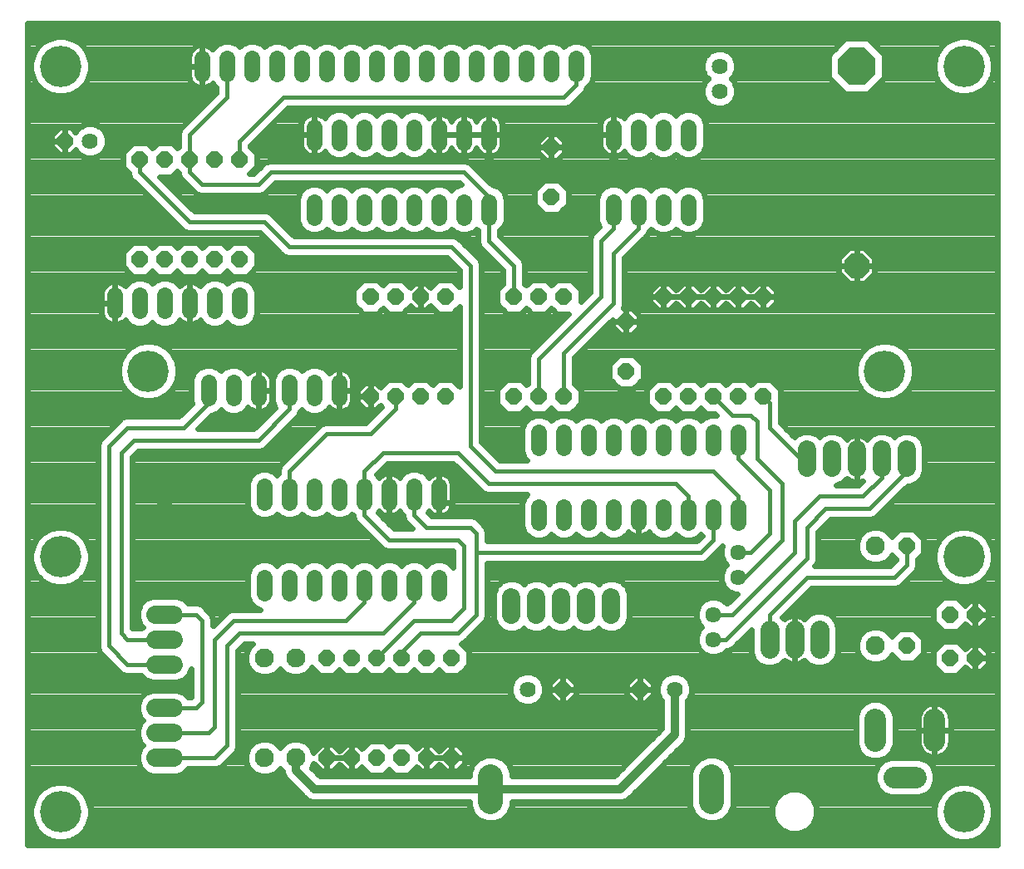
<source format=gtl>
G75*
G70*
%OFA0B0*%
%FSLAX24Y24*%
%IPPOS*%
%LPD*%
%AMOC8*
5,1,8,0,0,1.08239X$1,22.5*
%
%ADD10C,0.0640*%
%ADD11OC8,0.0640*%
%ADD12C,0.0640*%
%ADD13OC8,0.1000*%
%ADD14OC8,0.1500*%
%ADD15C,0.0760*%
%ADD16C,0.0720*%
%ADD17C,0.0760*%
%ADD18C,0.1000*%
%ADD19C,0.0860*%
%ADD20C,0.0240*%
%ADD21C,0.0636*%
%ADD22C,0.0160*%
%ADD23C,0.0320*%
%ADD24C,0.1660*%
D10*
X009972Y010582D02*
X009972Y011222D01*
X010972Y011222D02*
X010972Y010582D01*
X011972Y010582D02*
X011972Y011222D01*
X012972Y011222D02*
X012972Y010582D01*
X013972Y010582D02*
X013972Y011222D01*
X014972Y011222D02*
X014972Y010582D01*
X015972Y010582D02*
X015972Y011222D01*
X016972Y011222D02*
X016972Y010582D01*
X016972Y014222D02*
X016972Y014862D01*
X015972Y014862D02*
X015972Y014222D01*
X014972Y014222D02*
X014972Y014862D01*
X013972Y014862D02*
X013972Y014222D01*
X012972Y014222D02*
X012972Y014862D01*
X011972Y014862D02*
X011972Y014222D01*
X010972Y014222D02*
X010972Y014862D01*
X009972Y014862D02*
X009972Y014222D01*
X009722Y018402D02*
X009722Y019042D01*
X008722Y019042D02*
X008722Y018402D01*
X007722Y018402D02*
X007722Y019042D01*
X007972Y021902D02*
X007972Y022542D01*
X006972Y022542D02*
X006972Y021902D01*
X005972Y021902D02*
X005972Y022542D01*
X004972Y022542D02*
X004972Y021902D01*
X003972Y021902D02*
X003972Y022542D01*
X008972Y022542D02*
X008972Y021902D01*
X010972Y019042D02*
X010972Y018402D01*
X011972Y018402D02*
X011972Y019042D01*
X012972Y019042D02*
X012972Y018402D01*
X020972Y017042D02*
X020972Y016402D01*
X021972Y016402D02*
X021972Y017042D01*
X022972Y017042D02*
X022972Y016402D01*
X023972Y016402D02*
X023972Y017042D01*
X024972Y017042D02*
X024972Y016402D01*
X025972Y016402D02*
X025972Y017042D01*
X026972Y017042D02*
X026972Y016402D01*
X027972Y016402D02*
X027972Y017042D01*
X028972Y017042D02*
X028972Y016402D01*
X028972Y014042D02*
X028972Y013402D01*
X027972Y013402D02*
X027972Y014042D01*
X026972Y014042D02*
X026972Y013402D01*
X025972Y013402D02*
X025972Y014042D01*
X024972Y014042D02*
X024972Y013402D01*
X023972Y013402D02*
X023972Y014042D01*
X022972Y014042D02*
X022972Y013402D01*
X021972Y013402D02*
X021972Y014042D01*
X020972Y014042D02*
X020972Y013402D01*
X018972Y025652D02*
X018972Y026292D01*
X017972Y026292D02*
X017972Y025652D01*
X016972Y025652D02*
X016972Y026292D01*
X015972Y026292D02*
X015972Y025652D01*
X014972Y025652D02*
X014972Y026292D01*
X013972Y026292D02*
X013972Y025652D01*
X012972Y025652D02*
X012972Y026292D01*
X011972Y026292D02*
X011972Y025652D01*
X011972Y028652D02*
X011972Y029292D01*
X012972Y029292D02*
X012972Y028652D01*
X013972Y028652D02*
X013972Y029292D01*
X014972Y029292D02*
X014972Y028652D01*
X015972Y028652D02*
X015972Y029292D01*
X016972Y029292D02*
X016972Y028652D01*
X017972Y028652D02*
X017972Y029292D01*
X018972Y029292D02*
X018972Y028652D01*
X019472Y031402D02*
X019472Y032042D01*
X018472Y032042D02*
X018472Y031402D01*
X017472Y031402D02*
X017472Y032042D01*
X016472Y032042D02*
X016472Y031402D01*
X015472Y031402D02*
X015472Y032042D01*
X014472Y032042D02*
X014472Y031402D01*
X013472Y031402D02*
X013472Y032042D01*
X012472Y032042D02*
X012472Y031402D01*
X011472Y031402D02*
X011472Y032042D01*
X010472Y032042D02*
X010472Y031402D01*
X009472Y031402D02*
X009472Y032042D01*
X008472Y032042D02*
X008472Y031402D01*
X007472Y031402D02*
X007472Y032042D01*
X020472Y032042D02*
X020472Y031402D01*
X021472Y031402D02*
X021472Y032042D01*
X022472Y032042D02*
X022472Y031402D01*
X023972Y029292D02*
X023972Y028652D01*
X024972Y028652D02*
X024972Y029292D01*
X025972Y029292D02*
X025972Y028652D01*
X026972Y028652D02*
X026972Y029292D01*
X026972Y026292D02*
X026972Y025652D01*
X025972Y025652D02*
X025972Y026292D01*
X024972Y026292D02*
X024972Y025652D01*
X023972Y025652D02*
X023972Y026292D01*
D11*
X021472Y026472D03*
X021472Y028472D03*
X021972Y022472D03*
X020972Y022472D03*
X019972Y022472D03*
X017222Y022472D03*
X016222Y022472D03*
X015222Y022472D03*
X014222Y022472D03*
X014222Y018472D03*
X015222Y018472D03*
X016222Y018472D03*
X017222Y018472D03*
X019972Y018472D03*
X020972Y018472D03*
X021972Y018472D03*
X024472Y019472D03*
X025972Y018472D03*
X026972Y018472D03*
X027972Y018472D03*
X028972Y018472D03*
X029972Y018472D03*
X029972Y022472D03*
X028972Y022472D03*
X027972Y022472D03*
X026972Y022472D03*
X025972Y022472D03*
X024472Y021472D03*
X035722Y012472D03*
X037472Y009722D03*
X038472Y009722D03*
X038472Y007972D03*
X037472Y007972D03*
X035722Y008472D03*
X025022Y006722D03*
X021922Y006722D03*
X017472Y007972D03*
X016472Y007972D03*
X015472Y007972D03*
X014472Y007972D03*
X013472Y007972D03*
X012472Y007972D03*
X012472Y003972D03*
X013472Y003972D03*
X014472Y003972D03*
X015472Y003972D03*
X016472Y003972D03*
X017472Y003972D03*
X008972Y023972D03*
X007972Y023972D03*
X006972Y023972D03*
X005972Y023972D03*
X004972Y023972D03*
X004972Y027972D03*
X005972Y027972D03*
X006972Y027972D03*
X007972Y027972D03*
X008972Y027972D03*
X001972Y028722D03*
D12*
X002972Y028722D03*
X028222Y030722D03*
X028222Y031722D03*
X026422Y006722D03*
X020522Y006722D03*
D13*
X033722Y023722D03*
D14*
X033722Y031722D03*
D15*
X032222Y009102D02*
X032222Y008342D01*
X031222Y008342D02*
X031222Y009102D01*
X030222Y009102D02*
X030222Y008342D01*
D16*
X023875Y009704D02*
X023875Y010424D01*
X022875Y010424D02*
X022875Y009704D01*
X021875Y009704D02*
X021875Y010424D01*
X020875Y010424D02*
X020875Y009704D01*
X019875Y009704D02*
X019875Y010424D01*
X031722Y015612D02*
X031722Y016332D01*
X032722Y016332D02*
X032722Y015612D01*
X033722Y015612D02*
X033722Y016332D01*
X034722Y016332D02*
X034722Y015612D01*
X035722Y015612D02*
X035722Y016332D01*
X006332Y009722D02*
X005612Y009722D01*
X005612Y008722D02*
X006332Y008722D01*
X006332Y007722D02*
X005612Y007722D01*
X005612Y005972D02*
X006332Y005972D01*
X006332Y004972D02*
X005612Y004972D01*
X005612Y003972D02*
X006332Y003972D01*
D17*
X009972Y003972D03*
X011222Y003972D03*
X011222Y007972D03*
X009972Y007972D03*
X034472Y008472D03*
X034472Y012472D03*
D18*
X027902Y003222D02*
X027902Y002222D01*
X019042Y002222D02*
X019042Y003222D01*
D19*
X034471Y004652D02*
X034471Y005512D01*
X036833Y005512D02*
X036833Y004652D01*
X036082Y003192D02*
X035222Y003192D01*
D20*
X000462Y000462D02*
X000462Y033446D01*
X039352Y033446D01*
X039352Y000462D01*
X000462Y000462D01*
X000462Y000699D02*
X001318Y000699D01*
X001337Y000688D02*
X001640Y000607D01*
X001953Y000607D01*
X002256Y000688D01*
X002527Y000844D01*
X002749Y001066D01*
X002905Y001337D01*
X002986Y001640D01*
X002986Y001953D01*
X002905Y002256D01*
X002749Y002527D01*
X002527Y002749D01*
X002256Y002905D01*
X001953Y002986D01*
X001640Y002986D01*
X001337Y002905D01*
X001066Y002749D01*
X000844Y002527D01*
X000688Y002256D01*
X000607Y001953D01*
X000607Y001640D01*
X000688Y001337D01*
X000844Y001066D01*
X001066Y000844D01*
X001337Y000688D01*
X000973Y000937D02*
X000462Y000937D01*
X000462Y001176D02*
X000781Y001176D01*
X000667Y001414D02*
X000462Y001414D01*
X000462Y001653D02*
X000607Y001653D01*
X000607Y001892D02*
X000462Y001892D01*
X000462Y002130D02*
X000654Y002130D01*
X000753Y002369D02*
X000462Y002369D01*
X000462Y002607D02*
X000924Y002607D01*
X001234Y002846D02*
X000462Y002846D01*
X000462Y003084D02*
X010874Y003084D01*
X010781Y003177D02*
X011531Y002427D01*
X011677Y002281D01*
X011868Y002202D01*
X018182Y002202D01*
X018182Y002051D01*
X018313Y001735D01*
X018555Y001493D01*
X018871Y001362D01*
X019213Y001362D01*
X019529Y001493D01*
X019771Y001735D01*
X019902Y002051D01*
X019902Y002202D01*
X024325Y002202D01*
X024516Y002281D01*
X024663Y002427D01*
X026863Y004627D01*
X026942Y004818D01*
X026942Y005025D01*
X026942Y006280D01*
X026998Y006337D01*
X027102Y006586D01*
X027102Y006857D01*
X026998Y007107D01*
X026807Y007298D01*
X026557Y007402D01*
X026286Y007402D01*
X026037Y007298D01*
X025845Y007107D01*
X025742Y006857D01*
X025742Y006586D01*
X025845Y006337D01*
X025902Y006280D01*
X025902Y005137D01*
X024006Y003242D01*
X019902Y003242D01*
X019902Y003393D01*
X019771Y003709D01*
X019529Y003951D01*
X019213Y004082D01*
X018871Y004082D01*
X018555Y003951D01*
X018313Y003709D01*
X018182Y003393D01*
X018182Y003242D01*
X012187Y003242D01*
X011857Y003572D01*
X011932Y003752D01*
X011932Y003748D01*
X012248Y003432D01*
X012471Y003432D01*
X012471Y003971D01*
X012472Y003971D01*
X012472Y003432D01*
X012695Y003432D01*
X012972Y003708D01*
X013248Y003432D01*
X013471Y003432D01*
X013471Y003971D01*
X013472Y003971D01*
X013472Y003432D01*
X013695Y003432D01*
X013873Y003609D01*
X014190Y003292D01*
X014753Y003292D01*
X014972Y003510D01*
X015190Y003292D01*
X015753Y003292D01*
X016071Y003609D01*
X016248Y003432D01*
X016471Y003432D01*
X016471Y003971D01*
X016472Y003971D01*
X016472Y003432D01*
X016695Y003432D01*
X016972Y003708D01*
X017248Y003432D01*
X017471Y003432D01*
X017471Y003971D01*
X017472Y003971D01*
X017472Y003432D01*
X017695Y003432D01*
X018012Y003748D01*
X018012Y003971D01*
X017472Y003971D01*
X017472Y003972D01*
X017471Y003972D01*
X017471Y003971D01*
X016932Y003971D01*
X016472Y003971D01*
X016472Y003972D01*
X016471Y003972D01*
X016471Y004512D01*
X016248Y004512D01*
X016071Y004334D01*
X015753Y004652D01*
X015190Y004652D01*
X014972Y004433D01*
X014753Y004652D01*
X014190Y004652D01*
X013873Y004334D01*
X013695Y004512D01*
X013472Y004512D01*
X013472Y003972D01*
X013471Y003972D01*
X013471Y003971D01*
X012932Y003971D01*
X012472Y003971D01*
X012472Y003972D01*
X012471Y003972D01*
X012471Y004512D01*
X012248Y004512D01*
X011932Y004195D01*
X011932Y004191D01*
X011849Y004391D01*
X011641Y004599D01*
X011369Y004712D01*
X011074Y004712D01*
X010803Y004599D01*
X010597Y004393D01*
X010391Y004599D01*
X010119Y004712D01*
X009824Y004712D01*
X009553Y004599D01*
X009344Y004391D01*
X009232Y004119D01*
X009232Y003824D01*
X009344Y003553D01*
X009553Y003344D01*
X009824Y003232D01*
X010119Y003232D01*
X010391Y003344D01*
X010597Y003550D01*
X010702Y003445D01*
X010702Y003368D01*
X010781Y003177D01*
X010721Y003323D02*
X010339Y003323D01*
X009605Y003323D02*
X006646Y003323D01*
X006740Y003361D02*
X006910Y003532D01*
X008059Y003532D01*
X008221Y003599D01*
X008345Y003722D01*
X008845Y004222D01*
X008912Y004384D01*
X008912Y004559D01*
X008912Y008289D01*
X009154Y008532D01*
X009485Y008532D01*
X009344Y008391D01*
X009232Y008119D01*
X009232Y007824D01*
X009344Y007553D01*
X009553Y007344D01*
X009824Y007232D01*
X010119Y007232D01*
X010391Y007344D01*
X010597Y007550D01*
X010803Y007344D01*
X011074Y007232D01*
X011369Y007232D01*
X011641Y007344D01*
X011849Y007553D01*
X011873Y007609D01*
X012190Y007292D01*
X012753Y007292D01*
X012972Y007510D01*
X013190Y007292D01*
X013753Y007292D01*
X013972Y007510D01*
X014190Y007292D01*
X014753Y007292D01*
X014972Y007510D01*
X015190Y007292D01*
X015753Y007292D01*
X015972Y007510D01*
X016190Y007292D01*
X016753Y007292D01*
X016972Y007510D01*
X017190Y007292D01*
X017753Y007292D01*
X018152Y007690D01*
X018152Y008253D01*
X017855Y008551D01*
X017971Y008599D01*
X018095Y008722D01*
X018845Y009472D01*
X018912Y009634D01*
X018912Y009809D01*
X018912Y011782D01*
X027559Y011782D01*
X027721Y011849D01*
X027845Y011972D01*
X027845Y011973D01*
X028339Y012467D01*
X028294Y012357D01*
X028294Y012087D01*
X028397Y011838D01*
X028513Y011722D01*
X028397Y011606D01*
X028294Y011357D01*
X028294Y011087D01*
X028397Y010838D01*
X028588Y010647D01*
X028837Y010544D01*
X028921Y010544D01*
X028539Y010162D01*
X028491Y010162D01*
X028356Y010297D01*
X028107Y010400D01*
X027837Y010400D01*
X027588Y010297D01*
X027397Y010106D01*
X027294Y009857D01*
X027294Y009587D01*
X027397Y009338D01*
X027513Y009222D01*
X027397Y009106D01*
X027294Y008857D01*
X027294Y008587D01*
X027397Y008338D01*
X027588Y008147D01*
X027837Y008044D01*
X028107Y008044D01*
X028356Y008147D01*
X028491Y008282D01*
X028559Y008282D01*
X028721Y008349D01*
X029482Y009110D01*
X029482Y008194D01*
X029594Y007923D01*
X029803Y007714D01*
X030074Y007602D01*
X030369Y007602D01*
X030641Y007714D01*
X030821Y007894D01*
X030831Y007884D01*
X030907Y007829D01*
X030991Y007786D01*
X031081Y007756D01*
X031174Y007742D01*
X031221Y007742D01*
X031221Y008721D01*
X031222Y008721D01*
X031222Y007742D01*
X031269Y007742D01*
X031362Y007756D01*
X031452Y007786D01*
X031536Y007829D01*
X031613Y007884D01*
X031623Y007894D01*
X031803Y007714D01*
X032074Y007602D01*
X032369Y007602D01*
X032641Y007714D01*
X032849Y007923D01*
X032962Y008194D01*
X032962Y009249D01*
X032849Y009521D01*
X032641Y009729D01*
X032369Y009842D01*
X032074Y009842D01*
X031803Y009729D01*
X031623Y009549D01*
X031613Y009559D01*
X031536Y009615D01*
X031452Y009658D01*
X031362Y009687D01*
X031269Y009702D01*
X031222Y009702D01*
X031222Y008722D01*
X031221Y008722D01*
X031221Y009702D01*
X031174Y009702D01*
X031081Y009687D01*
X030991Y009658D01*
X030907Y009615D01*
X030831Y009559D01*
X030821Y009549D01*
X030746Y009624D01*
X031904Y010782D01*
X035309Y010782D01*
X035471Y010849D01*
X035595Y010972D01*
X036095Y011472D01*
X036162Y011634D01*
X036162Y011809D01*
X036162Y011950D01*
X036402Y012190D01*
X036402Y012753D01*
X036003Y013152D01*
X035440Y013152D01*
X035123Y012834D01*
X035099Y012891D01*
X034891Y013099D01*
X034619Y013212D01*
X034324Y013212D01*
X034053Y013099D01*
X033844Y012891D01*
X033732Y012619D01*
X033732Y012324D01*
X033844Y012053D01*
X034053Y011844D01*
X034324Y011732D01*
X034619Y011732D01*
X034891Y011844D01*
X035099Y012053D01*
X035123Y012109D01*
X035282Y011950D01*
X035282Y011904D01*
X035039Y011662D01*
X032034Y011662D01*
X032095Y011722D01*
X032162Y011884D01*
X032162Y013039D01*
X032654Y013532D01*
X034134Y013532D01*
X034309Y013532D01*
X034471Y013599D01*
X035764Y014892D01*
X035865Y014892D01*
X036130Y015001D01*
X036332Y015204D01*
X036442Y015468D01*
X036442Y016475D01*
X036332Y016740D01*
X036130Y016942D01*
X035865Y017052D01*
X035578Y017052D01*
X035314Y016942D01*
X035222Y016850D01*
X035130Y016942D01*
X034865Y017052D01*
X034578Y017052D01*
X034314Y016942D01*
X034123Y016751D01*
X034100Y016774D01*
X034026Y016828D01*
X033944Y016869D01*
X033858Y016897D01*
X033767Y016912D01*
X033722Y016912D01*
X033722Y015972D01*
X033721Y015972D01*
X033721Y016912D01*
X033676Y016912D01*
X033586Y016897D01*
X033499Y016869D01*
X033418Y016828D01*
X033344Y016774D01*
X033321Y016751D01*
X033130Y016942D01*
X032865Y017052D01*
X032578Y017052D01*
X032314Y016942D01*
X032222Y016850D01*
X032130Y016942D01*
X031865Y017052D01*
X031578Y017052D01*
X031314Y016942D01*
X031219Y016847D01*
X030662Y017404D01*
X030662Y018134D01*
X030662Y018309D01*
X030652Y018333D01*
X030652Y018753D01*
X030253Y019152D01*
X029690Y019152D01*
X029472Y018933D01*
X029253Y019152D01*
X028690Y019152D01*
X028472Y018933D01*
X028253Y019152D01*
X027690Y019152D01*
X027472Y018933D01*
X027253Y019152D01*
X026690Y019152D01*
X026472Y018933D01*
X026253Y019152D01*
X025690Y019152D01*
X025292Y018753D01*
X025292Y018190D01*
X025690Y017792D01*
X026253Y017792D01*
X026472Y018010D01*
X026690Y017792D01*
X027253Y017792D01*
X027472Y018010D01*
X027690Y017792D01*
X028029Y017792D01*
X028100Y017722D01*
X027836Y017722D01*
X027587Y017618D01*
X027472Y017503D01*
X027357Y017618D01*
X027107Y017722D01*
X026836Y017722D01*
X026587Y017618D01*
X026472Y017503D01*
X026357Y017618D01*
X026107Y017722D01*
X025836Y017722D01*
X025587Y017618D01*
X025472Y017503D01*
X025357Y017618D01*
X025107Y017722D01*
X024836Y017722D01*
X024587Y017618D01*
X024472Y017503D01*
X024357Y017618D01*
X024107Y017722D01*
X023836Y017722D01*
X023587Y017618D01*
X023472Y017503D01*
X023357Y017618D01*
X023107Y017722D01*
X022836Y017722D01*
X022587Y017618D01*
X022472Y017503D01*
X022357Y017618D01*
X022107Y017722D01*
X021836Y017722D01*
X021587Y017618D01*
X021472Y017503D01*
X021357Y017618D01*
X021107Y017722D01*
X020836Y017722D01*
X020587Y017618D01*
X020395Y017427D01*
X020292Y017177D01*
X020292Y016266D01*
X020395Y016017D01*
X020500Y015912D01*
X019404Y015912D01*
X018662Y016654D01*
X018662Y023809D01*
X018595Y023971D01*
X018471Y024095D01*
X017721Y024845D01*
X017559Y024912D01*
X017384Y024912D01*
X011154Y024912D01*
X010345Y025721D01*
X010221Y025845D01*
X010059Y025912D01*
X007154Y025912D01*
X005774Y027292D01*
X006253Y027292D01*
X006472Y027510D01*
X006532Y027450D01*
X006532Y027384D01*
X006599Y027222D01*
X006722Y027099D01*
X007222Y026599D01*
X007384Y026532D01*
X007559Y026532D01*
X009809Y026532D01*
X009971Y026599D01*
X010095Y026722D01*
X010404Y027032D01*
X017789Y027032D01*
X017850Y026972D01*
X017836Y026972D01*
X017587Y026868D01*
X017472Y026753D01*
X017357Y026868D01*
X017107Y026972D01*
X016836Y026972D01*
X016587Y026868D01*
X016472Y026753D01*
X016357Y026868D01*
X016107Y026972D01*
X015836Y026972D01*
X015587Y026868D01*
X015472Y026753D01*
X015357Y026868D01*
X015107Y026972D01*
X014836Y026972D01*
X014587Y026868D01*
X014472Y026753D01*
X014357Y026868D01*
X014107Y026972D01*
X013836Y026972D01*
X013587Y026868D01*
X013472Y026753D01*
X013357Y026868D01*
X013107Y026972D01*
X012836Y026972D01*
X012587Y026868D01*
X012472Y026753D01*
X012357Y026868D01*
X012107Y026972D01*
X011836Y026972D01*
X011587Y026868D01*
X011395Y026677D01*
X011292Y026427D01*
X011292Y025516D01*
X011395Y025267D01*
X011587Y025075D01*
X011836Y024972D01*
X012107Y024972D01*
X012357Y025075D01*
X012472Y025190D01*
X012587Y025075D01*
X012836Y024972D01*
X013107Y024972D01*
X013357Y025075D01*
X013472Y025190D01*
X013587Y025075D01*
X013836Y024972D01*
X014107Y024972D01*
X014357Y025075D01*
X014472Y025190D01*
X014587Y025075D01*
X014836Y024972D01*
X015107Y024972D01*
X015357Y025075D01*
X015472Y025190D01*
X015587Y025075D01*
X015836Y024972D01*
X016107Y024972D01*
X016357Y025075D01*
X016472Y025190D01*
X016587Y025075D01*
X016836Y024972D01*
X017107Y024972D01*
X017357Y025075D01*
X017472Y025190D01*
X017587Y025075D01*
X017836Y024972D01*
X018107Y024972D01*
X018357Y025075D01*
X018472Y025190D01*
X018532Y025130D01*
X018532Y024634D01*
X018599Y024472D01*
X018722Y024349D01*
X019532Y023539D01*
X019532Y022993D01*
X019292Y022753D01*
X019292Y022190D01*
X019690Y021792D01*
X020253Y021792D01*
X020472Y022010D01*
X020690Y021792D01*
X021253Y021792D01*
X021472Y022010D01*
X021690Y021792D01*
X022170Y021792D01*
X020722Y020345D01*
X020599Y020221D01*
X020532Y020059D01*
X020532Y018993D01*
X020472Y018933D01*
X020253Y019152D01*
X019690Y019152D01*
X019292Y018753D01*
X019292Y018190D01*
X019690Y017792D01*
X020253Y017792D01*
X020472Y018010D01*
X020690Y017792D01*
X021253Y017792D01*
X021472Y018010D01*
X021690Y017792D01*
X022253Y017792D01*
X022652Y018190D01*
X022652Y018753D01*
X022412Y018993D01*
X022412Y020039D01*
X023932Y021560D01*
X023932Y021472D01*
X024471Y021472D01*
X024471Y021471D01*
X024472Y021471D01*
X024472Y020932D01*
X024695Y020932D01*
X025012Y021248D01*
X025012Y021471D01*
X024472Y021471D01*
X024472Y021472D01*
X024471Y021472D01*
X024471Y022012D01*
X024361Y022012D01*
X024412Y022134D01*
X024412Y024039D01*
X025221Y024849D01*
X025345Y024972D01*
X025409Y025127D01*
X025472Y025190D01*
X025587Y025075D01*
X025836Y024972D01*
X026107Y024972D01*
X026357Y025075D01*
X026472Y025190D01*
X026587Y025075D01*
X026836Y024972D01*
X027107Y024972D01*
X027357Y025075D01*
X027548Y025267D01*
X027652Y025516D01*
X027652Y026427D01*
X027548Y026677D01*
X027357Y026868D01*
X027107Y026972D01*
X026836Y026972D01*
X026587Y026868D01*
X026472Y026753D01*
X026357Y026868D01*
X026107Y026972D01*
X025836Y026972D01*
X025587Y026868D01*
X025472Y026753D01*
X025357Y026868D01*
X025107Y026972D01*
X024836Y026972D01*
X024587Y026868D01*
X024472Y026753D01*
X024357Y026868D01*
X024107Y026972D01*
X023836Y026972D01*
X023587Y026868D01*
X023395Y026677D01*
X023292Y026427D01*
X023292Y025516D01*
X023395Y025267D01*
X023223Y025095D01*
X023222Y025095D01*
X023099Y024971D01*
X023032Y024809D01*
X023032Y022654D01*
X022652Y022274D01*
X022652Y022753D01*
X022253Y023152D01*
X021690Y023152D01*
X021472Y022933D01*
X021253Y023152D01*
X020690Y023152D01*
X020472Y022933D01*
X020412Y022993D01*
X020412Y023634D01*
X020412Y023809D01*
X020345Y023971D01*
X019412Y024904D01*
X019412Y025130D01*
X019548Y025267D01*
X019652Y025516D01*
X019652Y026427D01*
X019548Y026677D01*
X019357Y026868D01*
X019107Y026972D01*
X019094Y026972D01*
X018345Y027721D01*
X018221Y027845D01*
X018059Y027912D01*
X010309Y027912D01*
X010134Y027912D01*
X009972Y027845D01*
X009539Y027412D01*
X009373Y027412D01*
X009652Y027690D01*
X009652Y028253D01*
X009412Y028493D01*
X009412Y028539D01*
X010904Y030032D01*
X022059Y030032D01*
X022221Y030099D01*
X022345Y030222D01*
X022345Y030223D01*
X022721Y030599D01*
X022845Y030722D01*
X022909Y030877D01*
X023048Y031017D01*
X023152Y031266D01*
X023152Y032177D01*
X023048Y032427D01*
X022857Y032618D01*
X022607Y032722D01*
X022336Y032722D01*
X022087Y032618D01*
X021972Y032503D01*
X021857Y032618D01*
X021607Y032722D01*
X021336Y032722D01*
X021087Y032618D01*
X020972Y032503D01*
X020857Y032618D01*
X020607Y032722D01*
X020336Y032722D01*
X020087Y032618D01*
X019972Y032503D01*
X019857Y032618D01*
X019607Y032722D01*
X019336Y032722D01*
X019087Y032618D01*
X018972Y032503D01*
X018857Y032618D01*
X018607Y032722D01*
X018336Y032722D01*
X018087Y032618D01*
X017972Y032503D01*
X017857Y032618D01*
X017607Y032722D01*
X017336Y032722D01*
X017087Y032618D01*
X016972Y032503D01*
X016857Y032618D01*
X016607Y032722D01*
X016336Y032722D01*
X016087Y032618D01*
X015972Y032503D01*
X015857Y032618D01*
X015607Y032722D01*
X015336Y032722D01*
X015087Y032618D01*
X014972Y032503D01*
X014857Y032618D01*
X014607Y032722D01*
X014336Y032722D01*
X014087Y032618D01*
X013972Y032503D01*
X013857Y032618D01*
X013607Y032722D01*
X013336Y032722D01*
X013087Y032618D01*
X012972Y032503D01*
X012857Y032618D01*
X012607Y032722D01*
X012336Y032722D01*
X012087Y032618D01*
X011972Y032503D01*
X011857Y032618D01*
X011607Y032722D01*
X011336Y032722D01*
X011087Y032618D01*
X010972Y032503D01*
X010857Y032618D01*
X010607Y032722D01*
X010336Y032722D01*
X010087Y032618D01*
X009972Y032503D01*
X009857Y032618D01*
X009607Y032722D01*
X009336Y032722D01*
X009087Y032618D01*
X008972Y032503D01*
X008857Y032618D01*
X008607Y032722D01*
X008336Y032722D01*
X008087Y032618D01*
X007895Y032427D01*
X007882Y032395D01*
X007824Y032454D01*
X007755Y032504D01*
X007679Y032542D01*
X007598Y032568D01*
X007514Y032582D01*
X007472Y032582D01*
X007472Y031722D01*
X007471Y031722D01*
X007471Y031721D01*
X007472Y031721D01*
X007472Y030862D01*
X007514Y030862D01*
X007598Y030875D01*
X007679Y030901D01*
X007755Y030940D01*
X007824Y030990D01*
X007882Y031048D01*
X007895Y031017D01*
X008032Y030880D01*
X008032Y030654D01*
X006599Y029221D01*
X006532Y029059D01*
X006532Y028884D01*
X006532Y028493D01*
X006472Y028433D01*
X006253Y028652D01*
X005690Y028652D01*
X005472Y028433D01*
X005253Y028652D01*
X004690Y028652D01*
X004292Y028253D01*
X004292Y027690D01*
X004532Y027450D01*
X004532Y027384D01*
X004599Y027222D01*
X006722Y025099D01*
X006884Y025032D01*
X007059Y025032D01*
X009789Y025032D01*
X010599Y024222D01*
X010722Y024099D01*
X010884Y024032D01*
X017289Y024032D01*
X017782Y023539D01*
X017782Y022873D01*
X017503Y023152D01*
X016940Y023152D01*
X016623Y022834D01*
X016445Y023012D01*
X016222Y023012D01*
X016222Y022472D01*
X016221Y022472D01*
X016221Y023012D01*
X015998Y023012D01*
X015821Y022834D01*
X015503Y023152D01*
X014940Y023152D01*
X014722Y022933D01*
X014503Y023152D01*
X013940Y023152D01*
X013542Y022753D01*
X013542Y022190D01*
X013940Y021792D01*
X014503Y021792D01*
X014722Y022010D01*
X014940Y021792D01*
X015503Y021792D01*
X015821Y022109D01*
X015998Y021932D01*
X016221Y021932D01*
X016221Y022471D01*
X016222Y022471D01*
X016222Y021932D01*
X016445Y021932D01*
X016623Y022109D01*
X016940Y021792D01*
X017503Y021792D01*
X017782Y022070D01*
X017782Y018873D01*
X017503Y019152D01*
X016940Y019152D01*
X016722Y018933D01*
X016503Y019152D01*
X015940Y019152D01*
X015722Y018933D01*
X015503Y019152D01*
X014940Y019152D01*
X014623Y018834D01*
X014445Y019012D01*
X014222Y019012D01*
X014222Y018472D01*
X014221Y018472D01*
X014221Y018471D01*
X014222Y018471D01*
X014222Y017932D01*
X014445Y017932D01*
X014623Y018109D01*
X014680Y018052D01*
X014039Y017412D01*
X012384Y017412D01*
X012222Y017345D01*
X012099Y017221D01*
X010599Y015721D01*
X010532Y015559D01*
X010532Y015384D01*
X010532Y015383D01*
X010472Y015323D01*
X010357Y015438D01*
X010107Y015542D01*
X009836Y015542D01*
X009587Y015438D01*
X009395Y015247D01*
X009292Y014997D01*
X009292Y014086D01*
X009395Y013837D01*
X009587Y013645D01*
X009836Y013542D01*
X010107Y013542D01*
X010357Y013645D01*
X010472Y013760D01*
X010587Y013645D01*
X010836Y013542D01*
X011107Y013542D01*
X011357Y013645D01*
X011472Y013760D01*
X011587Y013645D01*
X011836Y013542D01*
X012107Y013542D01*
X012357Y013645D01*
X012472Y013760D01*
X012587Y013645D01*
X012836Y013542D01*
X013107Y013542D01*
X013357Y013645D01*
X013472Y013760D01*
X013532Y013700D01*
X013532Y013634D01*
X013599Y013472D01*
X013722Y013349D01*
X014722Y012349D01*
X014884Y012282D01*
X015059Y012282D01*
X017532Y012282D01*
X017532Y011623D01*
X017357Y011798D01*
X017107Y011902D01*
X016836Y011902D01*
X016587Y011798D01*
X016472Y011683D01*
X016357Y011798D01*
X016107Y011902D01*
X015836Y011902D01*
X015587Y011798D01*
X015472Y011683D01*
X015357Y011798D01*
X015107Y011902D01*
X014836Y011902D01*
X014587Y011798D01*
X014472Y011683D01*
X014357Y011798D01*
X014107Y011902D01*
X013836Y011902D01*
X013587Y011798D01*
X013472Y011683D01*
X013357Y011798D01*
X013107Y011902D01*
X012836Y011902D01*
X012587Y011798D01*
X012472Y011683D01*
X012357Y011798D01*
X012107Y011902D01*
X011836Y011902D01*
X011587Y011798D01*
X011472Y011683D01*
X011357Y011798D01*
X011107Y011902D01*
X010836Y011902D01*
X010587Y011798D01*
X010472Y011683D01*
X010357Y011798D01*
X010107Y011902D01*
X009836Y011902D01*
X009587Y011798D01*
X009395Y011607D01*
X009292Y011357D01*
X009292Y010446D01*
X009395Y010197D01*
X009587Y010005D01*
X009813Y009912D01*
X008634Y009912D01*
X008472Y009845D01*
X008349Y009721D01*
X007912Y009284D01*
X007912Y009384D01*
X007912Y009559D01*
X007845Y009721D01*
X007595Y009971D01*
X007471Y010095D01*
X007309Y010162D01*
X006910Y010162D01*
X006740Y010332D01*
X006475Y010442D01*
X005468Y010442D01*
X005204Y010332D01*
X005001Y010130D01*
X004892Y009865D01*
X004892Y009578D01*
X005001Y009314D01*
X005094Y009222D01*
X005033Y009162D01*
X004662Y009162D01*
X004662Y016039D01*
X004904Y016282D01*
X009634Y016282D01*
X009809Y016282D01*
X009971Y016349D01*
X011221Y017599D01*
X011345Y017722D01*
X011409Y017877D01*
X011472Y017940D01*
X011587Y017825D01*
X011836Y017722D01*
X012107Y017722D01*
X012357Y017825D01*
X012548Y018017D01*
X012561Y018048D01*
X012620Y017990D01*
X012689Y017940D01*
X012764Y017901D01*
X012845Y017875D01*
X012929Y017862D01*
X012971Y017862D01*
X012971Y018721D01*
X012972Y018721D01*
X012972Y017862D01*
X013014Y017862D01*
X013098Y017875D01*
X013179Y017901D01*
X013255Y017940D01*
X013324Y017990D01*
X013384Y018050D01*
X013434Y018119D01*
X013472Y018194D01*
X013498Y018275D01*
X013512Y018359D01*
X013512Y018721D01*
X012972Y018721D01*
X012972Y018722D01*
X012971Y018722D01*
X012971Y019582D01*
X012929Y019582D01*
X012845Y019568D01*
X012764Y019542D01*
X012689Y019504D01*
X012620Y019454D01*
X012561Y019395D01*
X012548Y019427D01*
X012357Y019618D01*
X012107Y019722D01*
X011836Y019722D01*
X011587Y019618D01*
X011472Y019503D01*
X011357Y019618D01*
X011107Y019722D01*
X010836Y019722D01*
X010587Y019618D01*
X010395Y019427D01*
X010292Y019177D01*
X010292Y018266D01*
X010395Y018017D01*
X009539Y017162D01*
X007284Y017162D01*
X007844Y017722D01*
X007857Y017722D01*
X008107Y017825D01*
X008222Y017940D01*
X008337Y017825D01*
X008586Y017722D01*
X008857Y017722D01*
X009107Y017825D01*
X009298Y018017D01*
X009311Y018048D01*
X009370Y017990D01*
X009439Y017940D01*
X009514Y017901D01*
X009595Y017875D01*
X009679Y017862D01*
X009721Y017862D01*
X009721Y018721D01*
X009722Y018721D01*
X009722Y017862D01*
X009764Y017862D01*
X009848Y017875D01*
X009929Y017901D01*
X010005Y017940D01*
X010074Y017990D01*
X010134Y018050D01*
X010184Y018119D01*
X010222Y018194D01*
X010248Y018275D01*
X010262Y018359D01*
X010262Y018721D01*
X009722Y018721D01*
X009722Y018722D01*
X009721Y018722D01*
X009721Y019582D01*
X009679Y019582D01*
X009595Y019568D01*
X009514Y019542D01*
X009439Y019504D01*
X009370Y019454D01*
X009311Y019395D01*
X009298Y019427D01*
X009107Y019618D01*
X008857Y019722D01*
X008586Y019722D01*
X008337Y019618D01*
X008222Y019503D01*
X008107Y019618D01*
X007857Y019722D01*
X007586Y019722D01*
X007337Y019618D01*
X007145Y019427D01*
X007042Y019177D01*
X007042Y018266D01*
X007072Y018194D01*
X006539Y017662D01*
X004559Y017662D01*
X004384Y017662D01*
X004222Y017595D01*
X003349Y016721D01*
X003282Y016559D01*
X003282Y016384D01*
X003282Y008384D01*
X003349Y008222D01*
X003472Y008099D01*
X003473Y008099D01*
X004099Y007473D01*
X004099Y007472D01*
X004222Y007349D01*
X004384Y007282D01*
X005033Y007282D01*
X005204Y007111D01*
X005468Y007002D01*
X006475Y007002D01*
X006740Y007111D01*
X006942Y007314D01*
X007032Y007530D01*
X007032Y006412D01*
X006910Y006412D01*
X006740Y006582D01*
X006475Y006692D01*
X005468Y006692D01*
X005204Y006582D01*
X005001Y006380D01*
X004892Y006115D01*
X004892Y005828D01*
X005001Y005564D01*
X005094Y005472D01*
X005001Y005380D01*
X004892Y005115D01*
X004892Y004828D01*
X005001Y004564D01*
X005094Y004472D01*
X005001Y004380D01*
X004892Y004115D01*
X004892Y003828D01*
X005001Y003564D01*
X005204Y003361D01*
X005468Y003252D01*
X006475Y003252D01*
X006740Y003361D01*
X005297Y003323D02*
X000462Y003323D01*
X000462Y003561D02*
X005004Y003561D01*
X004904Y003800D02*
X000462Y003800D01*
X000462Y004038D02*
X004892Y004038D01*
X004959Y004277D02*
X000462Y004277D01*
X000462Y004516D02*
X005050Y004516D01*
X004923Y004754D02*
X000462Y004754D01*
X000462Y004993D02*
X004892Y004993D01*
X004940Y005231D02*
X000462Y005231D01*
X000462Y005470D02*
X005091Y005470D01*
X004942Y005708D02*
X000462Y005708D01*
X000462Y005947D02*
X004892Y005947D01*
X004921Y006185D02*
X000462Y006185D01*
X000462Y006424D02*
X005046Y006424D01*
X005398Y006662D02*
X000462Y006662D01*
X000462Y006901D02*
X007032Y006901D01*
X007032Y007139D02*
X006768Y007139D01*
X006969Y007378D02*
X007032Y007378D01*
X007032Y006662D02*
X006546Y006662D01*
X006898Y006424D02*
X007032Y006424D01*
X008912Y006424D02*
X019909Y006424D01*
X019945Y006337D02*
X020137Y006145D01*
X020386Y006042D01*
X020657Y006042D01*
X020907Y006145D01*
X021098Y006337D01*
X021202Y006586D01*
X021202Y006857D01*
X021098Y007107D01*
X020907Y007298D01*
X020657Y007402D01*
X020386Y007402D01*
X020137Y007298D01*
X019945Y007107D01*
X019842Y006857D01*
X019842Y006586D01*
X019945Y006337D01*
X020096Y006185D02*
X008912Y006185D01*
X008912Y005947D02*
X025902Y005947D01*
X025902Y006185D02*
X025249Y006185D01*
X025245Y006182D02*
X025562Y006498D01*
X025562Y006721D01*
X025022Y006721D01*
X025022Y006182D01*
X025245Y006182D01*
X025022Y006185D02*
X025021Y006185D01*
X025021Y006182D02*
X025021Y006721D01*
X025022Y006721D01*
X025022Y006722D01*
X025562Y006722D01*
X025562Y006945D01*
X025245Y007262D01*
X025022Y007262D01*
X025022Y006722D01*
X025021Y006722D01*
X025021Y006721D01*
X024482Y006721D01*
X024482Y006498D01*
X024798Y006182D01*
X025021Y006182D01*
X024794Y006185D02*
X022149Y006185D01*
X022145Y006182D02*
X022462Y006498D01*
X022462Y006721D01*
X021922Y006721D01*
X021922Y006182D01*
X022145Y006182D01*
X021922Y006185D02*
X021921Y006185D01*
X021921Y006182D02*
X021921Y006721D01*
X021922Y006721D01*
X021922Y006722D01*
X022462Y006722D01*
X022462Y006945D01*
X022145Y007262D01*
X021922Y007262D01*
X021922Y006722D01*
X021921Y006722D01*
X021921Y006721D01*
X021382Y006721D01*
X021382Y006498D01*
X021698Y006182D01*
X021921Y006182D01*
X021694Y006185D02*
X020947Y006185D01*
X021134Y006424D02*
X021456Y006424D01*
X021382Y006662D02*
X021202Y006662D01*
X021382Y006722D02*
X021382Y006945D01*
X021698Y007262D01*
X021921Y007262D01*
X021921Y006722D01*
X021382Y006722D01*
X021382Y006901D02*
X021184Y006901D01*
X021066Y007139D02*
X021576Y007139D01*
X021921Y007139D02*
X021922Y007139D01*
X021921Y006901D02*
X021922Y006901D01*
X021921Y006662D02*
X021922Y006662D01*
X021921Y006424D02*
X021922Y006424D01*
X022387Y006424D02*
X024556Y006424D01*
X024482Y006662D02*
X022462Y006662D01*
X022462Y006901D02*
X024482Y006901D01*
X024482Y006945D02*
X024482Y006722D01*
X025021Y006722D01*
X025021Y007262D01*
X024798Y007262D01*
X024482Y006945D01*
X024676Y007139D02*
X022268Y007139D01*
X020714Y007378D02*
X026229Y007378D01*
X026614Y007378D02*
X037104Y007378D01*
X037190Y007292D02*
X037753Y007292D01*
X038071Y007609D01*
X038248Y007432D01*
X038471Y007432D01*
X038471Y007971D01*
X038472Y007971D01*
X038472Y007432D01*
X038695Y007432D01*
X039012Y007748D01*
X039012Y007971D01*
X038472Y007971D01*
X038472Y007972D01*
X039012Y007972D01*
X039012Y008195D01*
X038695Y008512D01*
X038472Y008512D01*
X038472Y007972D01*
X038471Y007972D01*
X038471Y008512D01*
X038248Y008512D01*
X038071Y008334D01*
X037753Y008652D01*
X037190Y008652D01*
X036792Y008253D01*
X036792Y007690D01*
X037190Y007292D01*
X036865Y007617D02*
X032405Y007617D01*
X032039Y007617D02*
X030405Y007617D01*
X030039Y007617D02*
X018078Y007617D01*
X018152Y007855D02*
X029662Y007855D01*
X029523Y008094D02*
X028227Y008094D01*
X027716Y008094D02*
X018152Y008094D01*
X018073Y008332D02*
X027402Y008332D01*
X027300Y008571D02*
X017903Y008571D01*
X018182Y008809D02*
X027294Y008809D01*
X027373Y009048D02*
X024172Y009048D01*
X024283Y009094D02*
X024486Y009296D01*
X024595Y009561D01*
X024595Y010567D01*
X024486Y010832D01*
X024283Y011035D01*
X024019Y011144D01*
X023732Y011144D01*
X023467Y011035D01*
X023375Y010942D01*
X023283Y011035D01*
X023019Y011144D01*
X022732Y011144D01*
X022467Y011035D01*
X022375Y010942D01*
X022283Y011035D01*
X022019Y011144D01*
X021732Y011144D01*
X021467Y011035D01*
X021375Y010942D01*
X021283Y011035D01*
X021019Y011144D01*
X020732Y011144D01*
X020467Y011035D01*
X020375Y010942D01*
X020283Y011035D01*
X020019Y011144D01*
X019732Y011144D01*
X019467Y011035D01*
X019265Y010832D01*
X019155Y010567D01*
X019155Y009561D01*
X019265Y009296D01*
X019467Y009094D01*
X019732Y008984D01*
X020019Y008984D01*
X020283Y009094D01*
X020375Y009186D01*
X020467Y009094D01*
X020732Y008984D01*
X021019Y008984D01*
X021283Y009094D01*
X021375Y009186D01*
X021467Y009094D01*
X021732Y008984D01*
X022019Y008984D01*
X022283Y009094D01*
X022375Y009186D01*
X022467Y009094D01*
X022732Y008984D01*
X023019Y008984D01*
X023283Y009094D01*
X023375Y009186D01*
X023467Y009094D01*
X023732Y008984D01*
X024019Y008984D01*
X024283Y009094D01*
X024476Y009286D02*
X027448Y009286D01*
X027319Y009525D02*
X024580Y009525D01*
X024595Y009763D02*
X027294Y009763D01*
X027354Y010002D02*
X024595Y010002D01*
X024595Y010241D02*
X027532Y010241D01*
X028348Y010956D02*
X024362Y010956D01*
X024533Y010718D02*
X028517Y010718D01*
X028857Y010479D02*
X024595Y010479D01*
X023389Y010956D02*
X023362Y010956D01*
X022389Y010956D02*
X022362Y010956D01*
X021389Y010956D02*
X021362Y010956D01*
X020389Y010956D02*
X020362Y010956D01*
X019389Y010956D02*
X018912Y010956D01*
X018912Y010718D02*
X019217Y010718D01*
X019155Y010479D02*
X018912Y010479D01*
X018912Y010241D02*
X019155Y010241D01*
X019155Y010002D02*
X018912Y010002D01*
X018912Y009763D02*
X019155Y009763D01*
X019170Y009525D02*
X018866Y009525D01*
X018659Y009286D02*
X019275Y009286D01*
X019579Y009048D02*
X018420Y009048D01*
X020172Y009048D02*
X020579Y009048D01*
X021172Y009048D02*
X021579Y009048D01*
X022172Y009048D02*
X022579Y009048D01*
X023172Y009048D02*
X023579Y009048D01*
X025021Y007139D02*
X025022Y007139D01*
X025021Y006901D02*
X025022Y006901D01*
X025021Y006662D02*
X025022Y006662D01*
X025021Y006424D02*
X025022Y006424D01*
X025487Y006424D02*
X025809Y006424D01*
X025742Y006662D02*
X025562Y006662D01*
X025562Y006901D02*
X025760Y006901D01*
X025878Y007139D02*
X025368Y007139D01*
X026966Y007139D02*
X039352Y007139D01*
X039352Y006901D02*
X027084Y006901D01*
X027102Y006662D02*
X039352Y006662D01*
X039352Y006424D02*
X027034Y006424D01*
X026942Y006185D02*
X034033Y006185D01*
X034023Y006181D02*
X033801Y005959D01*
X033681Y005669D01*
X033681Y004495D01*
X033801Y004204D01*
X034023Y003982D01*
X034313Y003862D01*
X034628Y003862D01*
X034918Y003982D01*
X035140Y004204D01*
X035261Y004495D01*
X035261Y005669D01*
X035140Y005959D01*
X034918Y006181D01*
X034628Y006302D01*
X034313Y006302D01*
X034023Y006181D01*
X033796Y005947D02*
X026942Y005947D01*
X026942Y005708D02*
X033697Y005708D01*
X033681Y005470D02*
X026942Y005470D01*
X026942Y005231D02*
X033681Y005231D01*
X033681Y004993D02*
X026942Y004993D01*
X026915Y004754D02*
X033681Y004754D01*
X033681Y004516D02*
X026751Y004516D01*
X026512Y004277D02*
X033771Y004277D01*
X033967Y004038D02*
X028177Y004038D01*
X028073Y004082D02*
X028389Y003951D01*
X028631Y003709D01*
X028762Y003393D01*
X028762Y002051D01*
X028631Y001735D01*
X028389Y001493D01*
X028073Y001362D01*
X027731Y001362D01*
X027415Y001493D01*
X027173Y001735D01*
X027042Y002051D01*
X027042Y003393D01*
X027173Y003709D01*
X027415Y003951D01*
X027731Y004082D01*
X028073Y004082D01*
X027626Y004038D02*
X026274Y004038D01*
X026035Y003800D02*
X027264Y003800D01*
X027112Y003561D02*
X025797Y003561D01*
X025558Y003323D02*
X027042Y003323D01*
X027042Y003084D02*
X025320Y003084D01*
X025081Y002846D02*
X027042Y002846D01*
X027042Y002607D02*
X024843Y002607D01*
X024604Y002369D02*
X027042Y002369D01*
X027042Y002130D02*
X019902Y002130D01*
X019836Y001892D02*
X027108Y001892D01*
X027254Y001653D02*
X019689Y001653D01*
X019340Y001414D02*
X027603Y001414D01*
X028200Y001414D02*
X030427Y001414D01*
X030467Y001318D02*
X030718Y001067D01*
X031045Y000932D01*
X031399Y000932D01*
X031726Y001067D01*
X031976Y001318D01*
X032112Y001645D01*
X032112Y001999D01*
X031976Y002326D01*
X031726Y002576D01*
X031399Y002712D01*
X031045Y002712D01*
X030718Y002576D01*
X030467Y002326D01*
X030332Y001999D01*
X030332Y001645D01*
X030467Y001318D01*
X030609Y001176D02*
X002812Y001176D01*
X002926Y001414D02*
X018743Y001414D01*
X018394Y001653D02*
X002986Y001653D01*
X002986Y001892D02*
X018248Y001892D01*
X018182Y002130D02*
X002939Y002130D01*
X002840Y002369D02*
X011589Y002369D01*
X011351Y002607D02*
X002669Y002607D01*
X002359Y002846D02*
X011112Y002846D01*
X011867Y003561D02*
X012118Y003561D01*
X012106Y003323D02*
X014159Y003323D01*
X013920Y003561D02*
X013825Y003561D01*
X013472Y003561D02*
X013471Y003561D01*
X013471Y003800D02*
X013472Y003800D01*
X013471Y003972D02*
X012932Y003972D01*
X012472Y003972D01*
X012472Y004512D01*
X012695Y004512D01*
X012972Y004235D01*
X013248Y004512D01*
X013471Y004512D01*
X013471Y003972D01*
X013471Y004038D02*
X013472Y004038D01*
X013471Y004277D02*
X013472Y004277D01*
X013013Y004277D02*
X012930Y004277D01*
X012472Y004277D02*
X012471Y004277D01*
X012471Y004038D02*
X012472Y004038D01*
X012471Y003800D02*
X012472Y003800D01*
X012471Y003561D02*
X012472Y003561D01*
X012825Y003561D02*
X013118Y003561D01*
X012013Y004277D02*
X011896Y004277D01*
X011724Y004516D02*
X014054Y004516D01*
X014890Y004516D02*
X015054Y004516D01*
X015890Y004516D02*
X025280Y004516D01*
X025519Y004754D02*
X008912Y004754D01*
X008912Y004516D02*
X009469Y004516D01*
X009297Y004277D02*
X008867Y004277D01*
X008661Y004038D02*
X009232Y004038D01*
X009242Y003800D02*
X008422Y003800D01*
X008131Y003561D02*
X009341Y003561D01*
X010474Y004516D02*
X010719Y004516D01*
X008912Y004993D02*
X025757Y004993D01*
X025902Y005231D02*
X008912Y005231D01*
X008912Y005470D02*
X025902Y005470D01*
X025902Y005708D02*
X008912Y005708D01*
X008912Y006662D02*
X019842Y006662D01*
X019860Y006901D02*
X008912Y006901D01*
X008912Y007139D02*
X019978Y007139D01*
X020329Y007378D02*
X017840Y007378D01*
X017104Y007378D02*
X016840Y007378D01*
X016104Y007378D02*
X015840Y007378D01*
X015104Y007378D02*
X014840Y007378D01*
X014104Y007378D02*
X013840Y007378D01*
X013104Y007378D02*
X012840Y007378D01*
X012104Y007378D02*
X011675Y007378D01*
X010769Y007378D02*
X010425Y007378D01*
X009519Y007378D02*
X008912Y007378D01*
X008912Y007617D02*
X009318Y007617D01*
X009232Y007855D02*
X008912Y007855D01*
X008912Y008094D02*
X009232Y008094D01*
X009320Y008332D02*
X008954Y008332D01*
X007914Y009286D02*
X007912Y009286D01*
X007912Y009525D02*
X008153Y009525D01*
X008391Y009763D02*
X007802Y009763D01*
X007564Y010002D02*
X009594Y010002D01*
X009377Y010241D02*
X006831Y010241D01*
X005112Y010241D02*
X004662Y010241D01*
X004662Y010479D02*
X009292Y010479D01*
X009292Y010718D02*
X004662Y010718D01*
X004662Y010956D02*
X009292Y010956D01*
X009292Y011195D02*
X004662Y011195D01*
X004662Y011433D02*
X009323Y011433D01*
X009460Y011672D02*
X004662Y011672D01*
X004662Y011910D02*
X017532Y011910D01*
X017532Y011672D02*
X017483Y011672D01*
X017532Y012149D02*
X004662Y012149D01*
X004662Y012387D02*
X014684Y012387D01*
X014445Y012626D02*
X004662Y012626D01*
X004662Y012865D02*
X014207Y012865D01*
X013968Y013103D02*
X004662Y013103D01*
X004662Y013342D02*
X013730Y013342D01*
X013554Y013580D02*
X013200Y013580D01*
X012744Y013580D02*
X012200Y013580D01*
X011744Y013580D02*
X011200Y013580D01*
X010744Y013580D02*
X010200Y013580D01*
X009744Y013580D02*
X004662Y013580D01*
X004662Y013819D02*
X009413Y013819D01*
X009304Y014057D02*
X004662Y014057D01*
X004662Y014296D02*
X009292Y014296D01*
X009292Y014534D02*
X004662Y014534D01*
X004662Y014773D02*
X009292Y014773D01*
X009298Y015011D02*
X004662Y015011D01*
X004662Y015250D02*
X009398Y015250D01*
X009708Y015489D02*
X004662Y015489D01*
X004662Y015727D02*
X010605Y015727D01*
X010532Y015489D02*
X010235Y015489D01*
X010843Y015966D02*
X004662Y015966D01*
X004826Y016204D02*
X011082Y016204D01*
X011320Y016443D02*
X010065Y016443D01*
X010303Y016681D02*
X011559Y016681D01*
X011798Y016920D02*
X010542Y016920D01*
X010781Y017158D02*
X012036Y017158D01*
X012348Y017397D02*
X011019Y017397D01*
X011258Y017635D02*
X014263Y017635D01*
X014221Y017932D02*
X013998Y017932D01*
X013682Y018248D01*
X013682Y018471D01*
X014221Y018471D01*
X014221Y017932D01*
X014221Y018112D02*
X014222Y018112D01*
X014221Y018351D02*
X014222Y018351D01*
X014221Y018472D02*
X013682Y018472D01*
X013682Y018695D01*
X013998Y019012D01*
X014221Y019012D01*
X014221Y018472D01*
X014221Y018590D02*
X014222Y018590D01*
X014221Y018828D02*
X014222Y018828D01*
X013814Y018828D02*
X013512Y018828D01*
X013512Y018722D02*
X013512Y019084D01*
X013498Y019168D01*
X013472Y019249D01*
X013434Y019325D01*
X013384Y019394D01*
X013324Y019454D01*
X013255Y019504D01*
X013179Y019542D01*
X013098Y019568D01*
X013014Y019582D01*
X012972Y019582D01*
X012972Y018722D01*
X013512Y018722D01*
X013512Y018590D02*
X013682Y018590D01*
X013682Y018351D02*
X013510Y018351D01*
X013429Y018112D02*
X013817Y018112D01*
X014502Y017874D02*
X013091Y017874D01*
X012972Y017874D02*
X012971Y017874D01*
X012852Y017874D02*
X012406Y017874D01*
X012971Y018112D02*
X012972Y018112D01*
X012971Y018351D02*
X012972Y018351D01*
X012971Y018590D02*
X012972Y018590D01*
X012971Y018828D02*
X012972Y018828D01*
X012971Y019067D02*
X012972Y019067D01*
X012971Y019305D02*
X012972Y019305D01*
X012971Y019544D02*
X012972Y019544D01*
X013174Y019544D02*
X017782Y019544D01*
X017782Y019782D02*
X006466Y019782D01*
X006502Y019648D02*
X006421Y019951D01*
X006264Y020222D01*
X006042Y020444D01*
X005771Y020601D01*
X005468Y020682D01*
X005155Y020682D01*
X004852Y020601D01*
X004581Y020444D01*
X004360Y020222D01*
X004203Y019951D01*
X004122Y019648D01*
X004122Y019335D01*
X004203Y019032D01*
X004360Y018761D01*
X004581Y018540D01*
X004852Y018383D01*
X005155Y018302D01*
X005468Y018302D01*
X005771Y018383D01*
X006042Y018540D01*
X006264Y018761D01*
X006421Y019032D01*
X006502Y019335D01*
X006502Y019648D01*
X006502Y019544D02*
X007262Y019544D01*
X007095Y019305D02*
X006494Y019305D01*
X006430Y019067D02*
X007042Y019067D01*
X007042Y018828D02*
X006303Y018828D01*
X006092Y018590D02*
X007042Y018590D01*
X007042Y018351D02*
X005652Y018351D01*
X004971Y018351D02*
X000462Y018351D01*
X000462Y018112D02*
X006990Y018112D01*
X006752Y017874D02*
X000462Y017874D01*
X000462Y017635D02*
X004321Y017635D01*
X004025Y017397D02*
X000462Y017397D01*
X000462Y017158D02*
X003786Y017158D01*
X003548Y016920D02*
X000462Y016920D01*
X000462Y016681D02*
X003332Y016681D01*
X003282Y016443D02*
X000462Y016443D01*
X000462Y016204D02*
X003282Y016204D01*
X003282Y015966D02*
X000462Y015966D01*
X000462Y015727D02*
X003282Y015727D01*
X003282Y015489D02*
X000462Y015489D01*
X000462Y015250D02*
X003282Y015250D01*
X003282Y015011D02*
X000462Y015011D01*
X000462Y014773D02*
X003282Y014773D01*
X003282Y014534D02*
X000462Y014534D01*
X000462Y014296D02*
X003282Y014296D01*
X003282Y014057D02*
X000462Y014057D01*
X000462Y013819D02*
X003282Y013819D01*
X003282Y013580D02*
X000462Y013580D01*
X000462Y013342D02*
X003282Y013342D01*
X003282Y013103D02*
X002322Y013103D01*
X002256Y013142D02*
X001953Y013223D01*
X001640Y013223D01*
X001337Y013142D01*
X001066Y012985D01*
X000844Y012763D01*
X000688Y012492D01*
X000607Y012189D01*
X000607Y011876D01*
X000688Y011573D01*
X000844Y011302D01*
X001066Y011081D01*
X001337Y010924D01*
X001640Y010843D01*
X001953Y010843D01*
X002256Y010924D01*
X002527Y011081D01*
X002749Y011302D01*
X002905Y011573D01*
X002986Y011876D01*
X002986Y012189D01*
X002905Y012492D01*
X002749Y012763D01*
X002527Y012985D01*
X002256Y013142D01*
X002647Y012865D02*
X003282Y012865D01*
X003282Y012626D02*
X002828Y012626D01*
X002933Y012387D02*
X003282Y012387D01*
X003282Y012149D02*
X002986Y012149D01*
X002986Y011910D02*
X003282Y011910D01*
X003282Y011672D02*
X002932Y011672D01*
X002824Y011433D02*
X003282Y011433D01*
X003282Y011195D02*
X002641Y011195D01*
X002312Y010956D02*
X003282Y010956D01*
X003282Y010718D02*
X000462Y010718D01*
X000462Y010956D02*
X001281Y010956D01*
X000952Y011195D02*
X000462Y011195D01*
X000462Y011433D02*
X000769Y011433D01*
X000661Y011672D02*
X000462Y011672D01*
X000462Y011910D02*
X000607Y011910D01*
X000607Y012149D02*
X000462Y012149D01*
X000462Y012387D02*
X000660Y012387D01*
X000765Y012626D02*
X000462Y012626D01*
X000462Y012865D02*
X000946Y012865D01*
X001271Y013103D02*
X000462Y013103D01*
X000462Y010479D02*
X003282Y010479D01*
X003282Y010241D02*
X000462Y010241D01*
X000462Y010002D02*
X003282Y010002D01*
X003282Y009763D02*
X000462Y009763D01*
X000462Y009525D02*
X003282Y009525D01*
X003282Y009286D02*
X000462Y009286D01*
X000462Y009048D02*
X003282Y009048D01*
X003282Y008809D02*
X000462Y008809D01*
X000462Y008571D02*
X003282Y008571D01*
X003303Y008332D02*
X000462Y008332D01*
X000462Y008094D02*
X003478Y008094D01*
X003716Y007855D02*
X000462Y007855D01*
X000462Y007617D02*
X003955Y007617D01*
X004193Y007378D02*
X000462Y007378D01*
X000462Y007139D02*
X005176Y007139D01*
X005029Y009286D02*
X004662Y009286D01*
X004662Y009525D02*
X004914Y009525D01*
X004892Y009763D02*
X004662Y009763D01*
X004662Y010002D02*
X004949Y010002D01*
X007519Y017397D02*
X009775Y017397D01*
X010013Y017635D02*
X007758Y017635D01*
X008156Y017874D02*
X008288Y017874D01*
X009156Y017874D02*
X009602Y017874D01*
X009721Y017874D02*
X009722Y017874D01*
X009841Y017874D02*
X010252Y017874D01*
X010179Y018112D02*
X010355Y018112D01*
X010292Y018351D02*
X010260Y018351D01*
X010262Y018590D02*
X010292Y018590D01*
X010262Y018722D02*
X009722Y018722D01*
X009722Y019582D01*
X009764Y019582D01*
X009848Y019568D01*
X009929Y019542D01*
X010005Y019504D01*
X010074Y019454D01*
X010134Y019394D01*
X010184Y019325D01*
X010222Y019249D01*
X010248Y019168D01*
X010262Y019084D01*
X010262Y018722D01*
X010262Y018828D02*
X010292Y018828D01*
X010292Y019067D02*
X010262Y019067D01*
X010194Y019305D02*
X010345Y019305D01*
X010512Y019544D02*
X009924Y019544D01*
X009722Y019544D02*
X009721Y019544D01*
X009519Y019544D02*
X009181Y019544D01*
X009721Y019305D02*
X009722Y019305D01*
X009721Y019067D02*
X009722Y019067D01*
X009721Y018828D02*
X009722Y018828D01*
X009721Y018590D02*
X009722Y018590D01*
X009721Y018351D02*
X009722Y018351D01*
X009721Y018112D02*
X009722Y018112D01*
X011407Y017874D02*
X011538Y017874D01*
X011512Y019544D02*
X011431Y019544D01*
X012431Y019544D02*
X012769Y019544D01*
X013444Y019305D02*
X017782Y019305D01*
X017782Y019067D02*
X017588Y019067D01*
X016855Y019067D02*
X016588Y019067D01*
X015855Y019067D02*
X015588Y019067D01*
X014855Y019067D02*
X013512Y019067D01*
X013803Y021929D02*
X009652Y021929D01*
X009652Y021766D02*
X009548Y021517D01*
X009357Y021325D01*
X009107Y021222D01*
X008836Y021222D01*
X008587Y021325D01*
X008472Y021440D01*
X008357Y021325D01*
X008107Y021222D01*
X007836Y021222D01*
X007587Y021325D01*
X007395Y021517D01*
X007382Y021548D01*
X007324Y021490D01*
X007255Y021440D01*
X007179Y021401D01*
X007098Y021375D01*
X007014Y021362D01*
X006972Y021362D01*
X006972Y022221D01*
X006971Y022221D01*
X006971Y021362D01*
X006929Y021362D01*
X006845Y021375D01*
X006764Y021401D01*
X006689Y021440D01*
X006620Y021490D01*
X006561Y021548D01*
X006548Y021517D01*
X006357Y021325D01*
X006107Y021222D01*
X005836Y021222D01*
X005587Y021325D01*
X005472Y021440D01*
X005357Y021325D01*
X005107Y021222D01*
X004836Y021222D01*
X004587Y021325D01*
X004395Y021517D01*
X004382Y021548D01*
X004324Y021490D01*
X004255Y021440D01*
X004179Y021401D01*
X004098Y021375D01*
X004014Y021362D01*
X003972Y021362D01*
X003972Y022221D01*
X003971Y022221D01*
X003971Y021362D01*
X003929Y021362D01*
X003845Y021375D01*
X003764Y021401D01*
X003689Y021440D01*
X003620Y021490D01*
X003560Y021550D01*
X003510Y021619D01*
X003471Y021694D01*
X003445Y021775D01*
X003432Y021859D01*
X003432Y022221D01*
X003971Y022221D01*
X003971Y022222D01*
X003432Y022222D01*
X003432Y022584D01*
X003445Y022668D01*
X003471Y022749D01*
X003510Y022825D01*
X003560Y022894D01*
X003620Y022954D01*
X003689Y023004D01*
X003764Y023042D01*
X003845Y023068D01*
X003929Y023082D01*
X003971Y023082D01*
X003971Y022222D01*
X003972Y022222D01*
X003972Y023082D01*
X004014Y023082D01*
X004098Y023068D01*
X004179Y023042D01*
X004255Y023004D01*
X004324Y022954D01*
X004382Y022895D01*
X004395Y022927D01*
X004587Y023118D01*
X004836Y023222D01*
X005107Y023222D01*
X005357Y023118D01*
X005472Y023003D01*
X005587Y023118D01*
X005836Y023222D01*
X006107Y023222D01*
X006357Y023118D01*
X006548Y022927D01*
X006561Y022895D01*
X006620Y022954D01*
X006689Y023004D01*
X006764Y023042D01*
X006845Y023068D01*
X006929Y023082D01*
X006971Y023082D01*
X006971Y022222D01*
X006972Y022222D01*
X006972Y023082D01*
X007014Y023082D01*
X007098Y023068D01*
X007179Y023042D01*
X007255Y023004D01*
X007324Y022954D01*
X007382Y022895D01*
X007395Y022927D01*
X007587Y023118D01*
X007836Y023222D01*
X008107Y023222D01*
X008357Y023118D01*
X008472Y023003D01*
X008587Y023118D01*
X008836Y023222D01*
X009107Y023222D01*
X009357Y023118D01*
X009548Y022927D01*
X009652Y022677D01*
X009652Y021766D01*
X009620Y021691D02*
X017782Y021691D01*
X017782Y021929D02*
X017641Y021929D01*
X017782Y021452D02*
X009484Y021452D01*
X009652Y022168D02*
X013564Y022168D01*
X013542Y022406D02*
X009652Y022406D01*
X009652Y022645D02*
X013542Y022645D01*
X013672Y022883D02*
X009566Y022883D01*
X009348Y023122D02*
X013910Y023122D01*
X014533Y023122D02*
X014910Y023122D01*
X015533Y023122D02*
X016910Y023122D01*
X016672Y022883D02*
X016574Y022883D01*
X016222Y022883D02*
X016221Y022883D01*
X016221Y022645D02*
X016222Y022645D01*
X016221Y022406D02*
X016222Y022406D01*
X016221Y022168D02*
X016222Y022168D01*
X015641Y021929D02*
X016803Y021929D01*
X017782Y021214D02*
X000462Y021214D01*
X000462Y021452D02*
X003672Y021452D01*
X003971Y021452D02*
X003972Y021452D01*
X003971Y021691D02*
X003972Y021691D01*
X003971Y021929D02*
X003972Y021929D01*
X003971Y022168D02*
X003972Y022168D01*
X003971Y022406D02*
X003972Y022406D01*
X003971Y022645D02*
X003972Y022645D01*
X003971Y022883D02*
X003972Y022883D01*
X003552Y022883D02*
X000462Y022883D01*
X000462Y022645D02*
X003441Y022645D01*
X003432Y022406D02*
X000462Y022406D01*
X000462Y022168D02*
X003432Y022168D01*
X003432Y021929D02*
X000462Y021929D01*
X000462Y021691D02*
X003473Y021691D01*
X004271Y021452D02*
X004460Y021452D01*
X004675Y020498D02*
X000462Y020498D01*
X000462Y020736D02*
X017782Y020736D01*
X017782Y020498D02*
X005949Y020498D01*
X006227Y020259D02*
X017782Y020259D01*
X017782Y020021D02*
X006380Y020021D01*
X004531Y018590D02*
X000462Y018590D01*
X000462Y018828D02*
X004321Y018828D01*
X004194Y019067D02*
X000462Y019067D01*
X000462Y019305D02*
X004130Y019305D01*
X004122Y019544D02*
X000462Y019544D01*
X000462Y019782D02*
X004158Y019782D01*
X004243Y020021D02*
X000462Y020021D01*
X000462Y020259D02*
X004397Y020259D01*
X006484Y021452D02*
X006672Y021452D01*
X006971Y021452D02*
X006972Y021452D01*
X006971Y021691D02*
X006972Y021691D01*
X006971Y021929D02*
X006972Y021929D01*
X006971Y022168D02*
X006972Y022168D01*
X006971Y022406D02*
X006972Y022406D01*
X006971Y022645D02*
X006972Y022645D01*
X006971Y022883D02*
X006972Y022883D01*
X006690Y023292D02*
X007253Y023292D01*
X007472Y023510D01*
X007690Y023292D01*
X008253Y023292D01*
X008472Y023510D01*
X008690Y023292D01*
X009253Y023292D01*
X009652Y023690D01*
X009652Y024253D01*
X009253Y024652D01*
X008690Y024652D01*
X008472Y024433D01*
X008253Y024652D01*
X007690Y024652D01*
X007472Y024433D01*
X007253Y024652D01*
X006690Y024652D01*
X006472Y024433D01*
X006253Y024652D01*
X005690Y024652D01*
X005472Y024433D01*
X005253Y024652D01*
X004690Y024652D01*
X004292Y024253D01*
X004292Y023690D01*
X004690Y023292D01*
X005253Y023292D01*
X005472Y023510D01*
X005690Y023292D01*
X006253Y023292D01*
X006472Y023510D01*
X006690Y023292D01*
X006621Y023360D02*
X006322Y023360D01*
X006348Y023122D02*
X007595Y023122D01*
X007621Y023360D02*
X007322Y023360D01*
X008322Y023360D02*
X008621Y023360D01*
X008595Y023122D02*
X008348Y023122D01*
X009322Y023360D02*
X017782Y023360D01*
X017782Y023122D02*
X017533Y023122D01*
X017772Y022883D02*
X017782Y022883D01*
X017722Y023599D02*
X009561Y023599D01*
X009652Y023838D02*
X017484Y023838D01*
X018013Y024553D02*
X018565Y024553D01*
X018532Y024792D02*
X017774Y024792D01*
X017695Y025030D02*
X017248Y025030D01*
X016695Y025030D02*
X016248Y025030D01*
X015695Y025030D02*
X015248Y025030D01*
X014695Y025030D02*
X014248Y025030D01*
X013695Y025030D02*
X013248Y025030D01*
X012695Y025030D02*
X012248Y025030D01*
X011695Y025030D02*
X011035Y025030D01*
X010797Y025269D02*
X011394Y025269D01*
X011296Y025507D02*
X010558Y025507D01*
X010320Y025746D02*
X011292Y025746D01*
X011292Y025984D02*
X007081Y025984D01*
X006843Y026223D02*
X011292Y026223D01*
X011306Y026461D02*
X006604Y026461D01*
X006366Y026700D02*
X007121Y026700D01*
X006883Y026939D02*
X006127Y026939D01*
X005889Y027177D02*
X006644Y027177D01*
X006532Y027416D02*
X006377Y027416D01*
X005360Y026461D02*
X000462Y026461D01*
X000462Y026223D02*
X005598Y026223D01*
X005837Y025984D02*
X000462Y025984D01*
X000462Y025746D02*
X006075Y025746D01*
X006314Y025507D02*
X000462Y025507D01*
X000462Y025269D02*
X006552Y025269D01*
X006592Y024553D02*
X006352Y024553D01*
X005592Y024553D02*
X005352Y024553D01*
X004592Y024553D02*
X000462Y024553D01*
X000462Y024315D02*
X004353Y024315D01*
X004292Y024076D02*
X000462Y024076D01*
X000462Y023838D02*
X004292Y023838D01*
X004383Y023599D02*
X000462Y023599D01*
X000462Y023360D02*
X004621Y023360D01*
X004595Y023122D02*
X000462Y023122D01*
X000462Y024792D02*
X010029Y024792D01*
X009791Y025030D02*
X000462Y025030D01*
X000462Y026700D02*
X005121Y026700D01*
X004883Y026939D02*
X000462Y026939D01*
X000462Y027177D02*
X004644Y027177D01*
X004532Y027416D02*
X000462Y027416D01*
X000462Y027654D02*
X004328Y027654D01*
X004292Y027893D02*
X000462Y027893D01*
X000462Y028131D02*
X002620Y028131D01*
X002587Y028145D02*
X002836Y028042D01*
X003107Y028042D01*
X003357Y028145D01*
X003548Y028337D01*
X003652Y028586D01*
X003652Y028857D01*
X003548Y029107D01*
X003357Y029298D01*
X003107Y029402D01*
X002836Y029402D01*
X002587Y029298D01*
X002395Y029107D01*
X002382Y029075D01*
X002195Y029262D01*
X001972Y029262D01*
X001972Y028722D01*
X001971Y028722D01*
X001971Y028721D01*
X001972Y028721D01*
X001972Y028182D01*
X002195Y028182D01*
X002382Y028368D01*
X002395Y028337D01*
X002587Y028145D01*
X001971Y028182D02*
X001971Y028721D01*
X001432Y028721D01*
X001432Y028498D01*
X001748Y028182D01*
X001971Y028182D01*
X001971Y028370D02*
X001972Y028370D01*
X001971Y028608D02*
X001972Y028608D01*
X001971Y028722D02*
X001432Y028722D01*
X001432Y028945D01*
X001748Y029262D01*
X001971Y029262D01*
X001971Y028722D01*
X001971Y028847D02*
X001972Y028847D01*
X001971Y029085D02*
X001972Y029085D01*
X002372Y029085D02*
X002386Y029085D01*
X002649Y029324D02*
X000462Y029324D01*
X000462Y029085D02*
X001572Y029085D01*
X001432Y028847D02*
X000462Y028847D01*
X000462Y028608D02*
X001432Y028608D01*
X001560Y028370D02*
X000462Y028370D01*
X000462Y029563D02*
X006940Y029563D01*
X007179Y029801D02*
X000462Y029801D01*
X000462Y030040D02*
X007417Y030040D01*
X007656Y030278D02*
X000462Y030278D01*
X000462Y030517D02*
X007894Y030517D01*
X008032Y030755D02*
X002509Y030755D01*
X002527Y030766D02*
X002749Y030987D01*
X002905Y031258D01*
X002986Y031561D01*
X002986Y031874D01*
X002905Y032177D01*
X002749Y032448D01*
X002527Y032670D01*
X002256Y032827D01*
X001953Y032908D01*
X001640Y032908D01*
X001337Y032827D01*
X001066Y032670D01*
X000844Y032448D01*
X000688Y032177D01*
X000607Y031874D01*
X000607Y031561D01*
X000688Y031258D01*
X000844Y030987D01*
X001066Y030766D01*
X001337Y030609D01*
X001640Y030528D01*
X001953Y030528D01*
X002256Y030609D01*
X002527Y030766D01*
X002752Y030994D02*
X007116Y030994D01*
X007120Y030990D02*
X007189Y030940D01*
X007264Y030901D01*
X007345Y030875D01*
X007429Y030862D01*
X007471Y030862D01*
X007471Y031721D01*
X006932Y031721D01*
X006932Y031359D01*
X006945Y031275D01*
X006971Y031194D01*
X007010Y031119D01*
X007060Y031050D01*
X007120Y030990D01*
X006959Y031232D02*
X002890Y031232D01*
X002962Y031471D02*
X006932Y031471D01*
X006932Y031709D02*
X002986Y031709D01*
X002967Y031948D02*
X006932Y031948D01*
X006932Y032084D02*
X006932Y031722D01*
X007471Y031722D01*
X007471Y032582D01*
X007429Y032582D01*
X007345Y032568D01*
X007264Y032542D01*
X007189Y032504D01*
X007120Y032454D01*
X007060Y032394D01*
X007010Y032325D01*
X006971Y032249D01*
X006945Y032168D01*
X006932Y032084D01*
X006951Y032187D02*
X002900Y032187D01*
X002762Y032425D02*
X007091Y032425D01*
X007471Y032425D02*
X007472Y032425D01*
X007471Y032187D02*
X007472Y032187D01*
X007471Y031948D02*
X007472Y031948D01*
X007471Y031709D02*
X007472Y031709D01*
X007471Y031471D02*
X007472Y031471D01*
X007471Y031232D02*
X007472Y031232D01*
X007471Y030994D02*
X007472Y030994D01*
X007827Y030994D02*
X007918Y030994D01*
X007894Y032425D02*
X007852Y032425D01*
X008196Y032664D02*
X002533Y032664D01*
X001974Y032902D02*
X037840Y032902D01*
X037860Y032908D02*
X037558Y032827D01*
X037286Y032670D01*
X037065Y032448D01*
X036908Y032177D01*
X036827Y031874D01*
X036827Y031561D01*
X036908Y031258D01*
X037065Y030987D01*
X037286Y030766D01*
X037558Y030609D01*
X037860Y030528D01*
X038174Y030528D01*
X038476Y030609D01*
X038748Y030766D01*
X038969Y030987D01*
X039126Y031258D01*
X039207Y031561D01*
X039207Y031874D01*
X039126Y032177D01*
X038969Y032448D01*
X038748Y032670D01*
X038476Y032827D01*
X038174Y032908D01*
X037860Y032908D01*
X038194Y032902D02*
X039352Y032902D01*
X039352Y032664D02*
X038754Y032664D01*
X038983Y032425D02*
X039352Y032425D01*
X039352Y032187D02*
X039120Y032187D01*
X039187Y031948D02*
X039352Y031948D01*
X039352Y031709D02*
X039207Y031709D01*
X039183Y031471D02*
X039352Y031471D01*
X039352Y031232D02*
X039111Y031232D01*
X038973Y030994D02*
X039352Y030994D01*
X039352Y030755D02*
X038730Y030755D01*
X039352Y030517D02*
X028873Y030517D01*
X028902Y030586D02*
X028798Y030337D01*
X028607Y030145D01*
X028357Y030042D01*
X028086Y030042D01*
X027837Y030145D01*
X027645Y030337D01*
X027542Y030586D01*
X027542Y030857D01*
X027645Y031107D01*
X027760Y031222D01*
X027645Y031337D01*
X027542Y031586D01*
X027542Y031857D01*
X027645Y032107D01*
X027837Y032298D01*
X028086Y032402D01*
X028357Y032402D01*
X028607Y032298D01*
X028798Y032107D01*
X028902Y031857D01*
X028902Y031586D01*
X028798Y031337D01*
X028683Y031222D01*
X028798Y031107D01*
X028902Y030857D01*
X028902Y030586D01*
X028902Y030755D02*
X033118Y030755D01*
X033262Y030612D02*
X034181Y030612D01*
X034832Y031262D01*
X034832Y032181D01*
X034181Y032832D01*
X033262Y032832D01*
X032612Y032181D01*
X032612Y031262D01*
X033262Y030612D01*
X032880Y030994D02*
X028845Y030994D01*
X028694Y031232D02*
X032641Y031232D01*
X032612Y031471D02*
X028854Y031471D01*
X028902Y031709D02*
X032612Y031709D01*
X032612Y031948D02*
X028864Y031948D01*
X028719Y032187D02*
X032617Y032187D01*
X032855Y032425D02*
X023049Y032425D01*
X023148Y032187D02*
X027725Y032187D01*
X027579Y031948D02*
X023152Y031948D01*
X023152Y031709D02*
X027542Y031709D01*
X027590Y031471D02*
X023152Y031471D01*
X023138Y031232D02*
X027749Y031232D01*
X027598Y030994D02*
X023025Y030994D01*
X022858Y030755D02*
X027542Y030755D01*
X027571Y030517D02*
X022639Y030517D01*
X022721Y030599D02*
X022721Y030599D01*
X022400Y030278D02*
X027704Y030278D01*
X027357Y029868D02*
X027107Y029972D01*
X026836Y029972D01*
X026587Y029868D01*
X026472Y029753D01*
X026357Y029868D01*
X026107Y029972D01*
X025836Y029972D01*
X025587Y029868D01*
X025472Y029753D01*
X025357Y029868D01*
X025107Y029972D01*
X024836Y029972D01*
X024587Y029868D01*
X024395Y029677D01*
X024382Y029645D01*
X024324Y029704D01*
X024255Y029754D01*
X024179Y029792D01*
X024098Y029818D01*
X024014Y029832D01*
X023972Y029832D01*
X023972Y028972D01*
X023971Y028972D01*
X023971Y028971D01*
X023432Y028971D01*
X023432Y028609D01*
X023445Y028525D01*
X023471Y028444D01*
X023510Y028369D01*
X023560Y028300D01*
X023620Y028240D01*
X023689Y028190D01*
X023764Y028151D01*
X023845Y028125D01*
X023929Y028112D01*
X023971Y028112D01*
X023971Y028971D01*
X023972Y028971D01*
X023972Y028112D01*
X024014Y028112D01*
X024098Y028125D01*
X024179Y028151D01*
X024255Y028190D01*
X024324Y028240D01*
X024382Y028298D01*
X024395Y028267D01*
X024587Y028075D01*
X024836Y027972D01*
X025107Y027972D01*
X025357Y028075D01*
X025472Y028190D01*
X025587Y028075D01*
X025836Y027972D01*
X026107Y027972D01*
X026357Y028075D01*
X026472Y028190D01*
X026587Y028075D01*
X026836Y027972D01*
X027107Y027972D01*
X027357Y028075D01*
X027548Y028267D01*
X027652Y028516D01*
X027652Y029427D01*
X027548Y029677D01*
X027357Y029868D01*
X027424Y029801D02*
X039352Y029801D01*
X039352Y029563D02*
X027596Y029563D01*
X027652Y029324D02*
X039352Y029324D01*
X039352Y029085D02*
X027652Y029085D01*
X027652Y028847D02*
X039352Y028847D01*
X039352Y028608D02*
X027652Y028608D01*
X027591Y028370D02*
X039352Y028370D01*
X039352Y028131D02*
X027413Y028131D01*
X026530Y028131D02*
X026413Y028131D01*
X025530Y028131D02*
X025413Y028131D01*
X024530Y028131D02*
X024117Y028131D01*
X023972Y028131D02*
X023971Y028131D01*
X023826Y028131D02*
X021895Y028131D01*
X022012Y028248D02*
X021695Y027932D01*
X021472Y027932D01*
X021472Y028471D01*
X021471Y028471D01*
X020932Y028471D01*
X020932Y028248D01*
X021248Y027932D01*
X021471Y027932D01*
X021471Y028471D01*
X021471Y028472D01*
X020932Y028472D01*
X020932Y028695D01*
X021248Y029012D01*
X021471Y029012D01*
X021471Y028472D01*
X021472Y028472D01*
X021472Y029012D01*
X021695Y029012D01*
X022012Y028695D01*
X022012Y028472D01*
X021472Y028472D01*
X021472Y028471D01*
X022012Y028471D01*
X022012Y028248D01*
X022012Y028370D02*
X023509Y028370D01*
X023432Y028608D02*
X022012Y028608D01*
X021860Y028847D02*
X023432Y028847D01*
X023432Y028972D02*
X023971Y028972D01*
X023971Y029832D01*
X023929Y029832D01*
X023845Y029818D01*
X023764Y029792D01*
X023689Y029754D01*
X023620Y029704D01*
X023560Y029644D01*
X023510Y029575D01*
X023471Y029499D01*
X023445Y029418D01*
X023432Y029334D01*
X023432Y028972D01*
X023432Y029085D02*
X019512Y029085D01*
X019512Y028972D02*
X019512Y029334D01*
X019498Y029418D01*
X019472Y029499D01*
X019434Y029575D01*
X019384Y029644D01*
X019324Y029704D01*
X019255Y029754D01*
X019179Y029792D01*
X019098Y029818D01*
X019014Y029832D01*
X018972Y029832D01*
X018972Y028972D01*
X018971Y028972D01*
X018971Y028971D01*
X018972Y028971D01*
X018972Y028112D01*
X019014Y028112D01*
X019098Y028125D01*
X019179Y028151D01*
X019255Y028190D01*
X019324Y028240D01*
X019384Y028300D01*
X019434Y028369D01*
X019472Y028444D01*
X019498Y028525D01*
X019512Y028609D01*
X019512Y028971D01*
X018972Y028971D01*
X018972Y028972D01*
X019512Y028972D01*
X019512Y028847D02*
X021083Y028847D01*
X020932Y028608D02*
X019512Y028608D01*
X019434Y028370D02*
X020932Y028370D01*
X021049Y028131D02*
X019117Y028131D01*
X018972Y028131D02*
X018971Y028131D01*
X018971Y028112D02*
X018971Y028971D01*
X018432Y028971D01*
X017972Y028971D01*
X017972Y028112D01*
X018014Y028112D01*
X018098Y028125D01*
X018179Y028151D01*
X018255Y028190D01*
X018324Y028240D01*
X018384Y028300D01*
X018434Y028369D01*
X018472Y028444D01*
X018510Y028369D01*
X018560Y028300D01*
X018620Y028240D01*
X018689Y028190D01*
X018764Y028151D01*
X018845Y028125D01*
X018929Y028112D01*
X018971Y028112D01*
X018826Y028131D02*
X018117Y028131D01*
X017972Y028131D02*
X017971Y028131D01*
X017971Y028112D02*
X017971Y028971D01*
X017972Y028971D01*
X017972Y028972D01*
X017971Y028972D01*
X017971Y028971D01*
X017512Y028971D01*
X016972Y028971D01*
X016972Y028112D01*
X017014Y028112D01*
X017098Y028125D01*
X017179Y028151D01*
X017255Y028190D01*
X017324Y028240D01*
X017384Y028300D01*
X017434Y028369D01*
X017472Y028444D01*
X017510Y028369D01*
X017560Y028300D01*
X017620Y028240D01*
X017689Y028190D01*
X017764Y028151D01*
X017845Y028125D01*
X017929Y028112D01*
X017971Y028112D01*
X017826Y028131D02*
X017117Y028131D01*
X016972Y028131D02*
X016971Y028131D01*
X016971Y028112D02*
X016971Y028971D01*
X016972Y028971D01*
X016972Y028972D01*
X016971Y028972D01*
X016971Y029832D01*
X016929Y029832D01*
X016845Y029818D01*
X016764Y029792D01*
X016689Y029754D01*
X016620Y029704D01*
X016561Y029645D01*
X016548Y029677D01*
X016357Y029868D01*
X016107Y029972D01*
X015836Y029972D01*
X015587Y029868D01*
X015472Y029753D01*
X015357Y029868D01*
X015107Y029972D01*
X014836Y029972D01*
X014587Y029868D01*
X014472Y029753D01*
X014357Y029868D01*
X014107Y029972D01*
X013836Y029972D01*
X013587Y029868D01*
X013472Y029753D01*
X013357Y029868D01*
X013107Y029972D01*
X012836Y029972D01*
X012587Y029868D01*
X012395Y029677D01*
X012382Y029645D01*
X012324Y029704D01*
X012255Y029754D01*
X012179Y029792D01*
X012098Y029818D01*
X012014Y029832D01*
X011972Y029832D01*
X011972Y028972D01*
X011971Y028972D01*
X011971Y028971D01*
X011432Y028971D01*
X011432Y028609D01*
X011445Y028525D01*
X011471Y028444D01*
X011510Y028369D01*
X011560Y028300D01*
X011620Y028240D01*
X011689Y028190D01*
X011764Y028151D01*
X011845Y028125D01*
X011929Y028112D01*
X011971Y028112D01*
X011971Y028971D01*
X011972Y028971D01*
X011972Y028112D01*
X012014Y028112D01*
X012098Y028125D01*
X012179Y028151D01*
X012255Y028190D01*
X012324Y028240D01*
X012382Y028298D01*
X012395Y028267D01*
X012587Y028075D01*
X012836Y027972D01*
X013107Y027972D01*
X013357Y028075D01*
X013472Y028190D01*
X013587Y028075D01*
X013836Y027972D01*
X014107Y027972D01*
X014357Y028075D01*
X014472Y028190D01*
X014587Y028075D01*
X014836Y027972D01*
X015107Y027972D01*
X015357Y028075D01*
X015472Y028190D01*
X015587Y028075D01*
X015836Y027972D01*
X016107Y027972D01*
X016357Y028075D01*
X016548Y028267D01*
X016561Y028298D01*
X016620Y028240D01*
X016689Y028190D01*
X016764Y028151D01*
X016845Y028125D01*
X016929Y028112D01*
X016971Y028112D01*
X016826Y028131D02*
X016413Y028131D01*
X016971Y028370D02*
X016972Y028370D01*
X016971Y028608D02*
X016972Y028608D01*
X016971Y028847D02*
X016972Y028847D01*
X016972Y028972D02*
X017512Y028972D01*
X017971Y028972D01*
X017971Y029832D01*
X017929Y029832D01*
X017845Y029818D01*
X017764Y029792D01*
X017689Y029754D01*
X017620Y029704D01*
X017560Y029644D01*
X017510Y029575D01*
X017472Y029500D01*
X017434Y029575D01*
X017384Y029644D01*
X017324Y029704D01*
X017255Y029754D01*
X017179Y029792D01*
X017098Y029818D01*
X017014Y029832D01*
X016972Y029832D01*
X016972Y028972D01*
X016971Y029085D02*
X016972Y029085D01*
X016971Y029324D02*
X016972Y029324D01*
X016971Y029563D02*
X016972Y029563D01*
X016971Y029801D02*
X016972Y029801D01*
X017151Y029801D02*
X017792Y029801D01*
X017971Y029801D02*
X017972Y029801D01*
X017972Y029832D02*
X017972Y028972D01*
X018432Y028972D01*
X018971Y028972D01*
X018971Y029832D01*
X018929Y029832D01*
X018845Y029818D01*
X018764Y029792D01*
X018689Y029754D01*
X018620Y029704D01*
X018560Y029644D01*
X018510Y029575D01*
X018472Y029500D01*
X018434Y029575D01*
X018384Y029644D01*
X018324Y029704D01*
X018255Y029754D01*
X018179Y029792D01*
X018098Y029818D01*
X018014Y029832D01*
X017972Y029832D01*
X018151Y029801D02*
X018792Y029801D01*
X018971Y029801D02*
X018972Y029801D01*
X019151Y029801D02*
X023792Y029801D01*
X023971Y029801D02*
X023972Y029801D01*
X024151Y029801D02*
X024519Y029801D01*
X023972Y029563D02*
X023971Y029563D01*
X023971Y029324D02*
X023972Y029324D01*
X023971Y029085D02*
X023972Y029085D01*
X023971Y028847D02*
X023972Y028847D01*
X023971Y028608D02*
X023972Y028608D01*
X023971Y028370D02*
X023972Y028370D01*
X023432Y029324D02*
X019512Y029324D01*
X019440Y029563D02*
X023504Y029563D01*
X022078Y030040D02*
X039352Y030040D01*
X039352Y030278D02*
X028740Y030278D01*
X026519Y029801D02*
X026424Y029801D01*
X025519Y029801D02*
X025424Y029801D01*
X025187Y026939D02*
X025757Y026939D01*
X026187Y026939D02*
X026757Y026939D01*
X027187Y026939D02*
X039352Y026939D01*
X039352Y027177D02*
X018889Y027177D01*
X018650Y027416D02*
X039352Y027416D01*
X039352Y027654D02*
X018411Y027654D01*
X018105Y027893D02*
X039352Y027893D01*
X039352Y026700D02*
X027525Y026700D01*
X027637Y026461D02*
X039352Y026461D01*
X039352Y026223D02*
X027652Y026223D01*
X027652Y025984D02*
X039352Y025984D01*
X039352Y025746D02*
X027652Y025746D01*
X027648Y025507D02*
X039352Y025507D01*
X039352Y025269D02*
X027549Y025269D01*
X027248Y025030D02*
X039352Y025030D01*
X039352Y024792D02*
X025164Y024792D01*
X025369Y025030D02*
X025695Y025030D01*
X026248Y025030D02*
X026695Y025030D01*
X024925Y024553D02*
X039352Y024553D01*
X039352Y024315D02*
X034147Y024315D01*
X034020Y024442D02*
X033722Y024442D01*
X033722Y023722D01*
X034442Y023722D01*
X034442Y024020D01*
X034020Y024442D01*
X033721Y024442D02*
X033424Y024442D01*
X033002Y024020D01*
X033002Y023722D01*
X033721Y023722D01*
X033721Y023721D01*
X033722Y023721D01*
X033722Y023002D01*
X034020Y023002D01*
X034442Y023424D01*
X034442Y023721D01*
X033722Y023721D01*
X033722Y023722D01*
X033721Y023722D01*
X033721Y024442D01*
X033721Y024315D02*
X033722Y024315D01*
X033721Y024076D02*
X033722Y024076D01*
X033721Y023838D02*
X033722Y023838D01*
X033721Y023721D02*
X033002Y023721D01*
X033002Y023424D01*
X033424Y023002D01*
X033721Y023002D01*
X033721Y023721D01*
X033721Y023599D02*
X033722Y023599D01*
X033721Y023360D02*
X033722Y023360D01*
X033721Y023122D02*
X033722Y023122D01*
X034140Y023122D02*
X039352Y023122D01*
X039352Y023360D02*
X034379Y023360D01*
X034442Y023599D02*
X039352Y023599D01*
X039352Y023838D02*
X034442Y023838D01*
X034386Y024076D02*
X039352Y024076D01*
X039352Y022883D02*
X030324Y022883D01*
X030195Y023012D02*
X029972Y023012D01*
X029972Y022472D01*
X029971Y022472D01*
X029971Y022471D01*
X029972Y022471D01*
X029972Y021932D01*
X030195Y021932D01*
X030512Y022248D01*
X030512Y022471D01*
X029972Y022471D01*
X029972Y022472D01*
X030512Y022472D01*
X030512Y022695D01*
X030195Y023012D01*
X029971Y023012D02*
X029971Y022472D01*
X029432Y022472D01*
X028972Y022472D01*
X028971Y022472D01*
X028971Y022471D01*
X028972Y022471D01*
X028972Y021932D01*
X029195Y021932D01*
X029472Y022208D01*
X029748Y021932D01*
X029971Y021932D01*
X029971Y022471D01*
X029432Y022471D01*
X028972Y022471D01*
X028972Y022472D01*
X028972Y023012D01*
X029195Y023012D01*
X029472Y022735D01*
X029748Y023012D01*
X029971Y023012D01*
X029971Y022883D02*
X029972Y022883D01*
X029971Y022645D02*
X029972Y022645D01*
X029971Y022406D02*
X029972Y022406D01*
X029971Y022168D02*
X029972Y022168D01*
X029512Y022168D02*
X029431Y022168D01*
X028972Y022168D02*
X028971Y022168D01*
X028971Y021932D02*
X028748Y021932D01*
X028472Y022208D01*
X028195Y021932D01*
X027972Y021932D01*
X027972Y022471D01*
X027971Y022471D01*
X027971Y021932D01*
X027748Y021932D01*
X027472Y022208D01*
X027195Y021932D01*
X026972Y021932D01*
X026972Y022471D01*
X026971Y022471D01*
X026971Y021932D01*
X026748Y021932D01*
X026472Y022208D01*
X026195Y021932D01*
X025972Y021932D01*
X025972Y022471D01*
X025971Y022471D01*
X025432Y022471D01*
X025432Y022248D01*
X025748Y021932D01*
X025971Y021932D01*
X025971Y022471D01*
X025971Y022472D01*
X025432Y022472D01*
X025432Y022695D01*
X025748Y023012D01*
X025971Y023012D01*
X025971Y022472D01*
X025972Y022472D01*
X025972Y023012D01*
X026195Y023012D01*
X026472Y022735D01*
X026748Y023012D01*
X026971Y023012D01*
X026971Y022472D01*
X026971Y022471D01*
X026432Y022471D01*
X025972Y022471D01*
X025972Y022472D01*
X026432Y022472D01*
X026971Y022472D01*
X026972Y022472D01*
X026972Y023012D01*
X027195Y023012D01*
X027472Y022735D01*
X027748Y023012D01*
X027971Y023012D01*
X027971Y022472D01*
X027971Y022471D01*
X027432Y022471D01*
X026972Y022471D01*
X026972Y022472D01*
X027432Y022472D01*
X027971Y022472D01*
X027972Y022472D01*
X027972Y023012D01*
X028195Y023012D01*
X028472Y022735D01*
X028748Y023012D01*
X028971Y023012D01*
X028971Y022472D01*
X028432Y022472D01*
X027972Y022472D01*
X027972Y022471D01*
X028432Y022471D01*
X028971Y022471D01*
X028971Y021932D01*
X028512Y022168D02*
X028431Y022168D01*
X028971Y022406D02*
X028972Y022406D01*
X028971Y022645D02*
X028972Y022645D01*
X028971Y022883D02*
X028972Y022883D01*
X029324Y022883D02*
X029620Y022883D01*
X030512Y022645D02*
X039352Y022645D01*
X039352Y022406D02*
X030512Y022406D01*
X030431Y022168D02*
X039352Y022168D01*
X039352Y021929D02*
X024778Y021929D01*
X024695Y022012D02*
X024472Y022012D01*
X024472Y021472D01*
X025012Y021472D01*
X025012Y021695D01*
X024695Y022012D01*
X024472Y021929D02*
X024471Y021929D01*
X024471Y021691D02*
X024472Y021691D01*
X024471Y021471D02*
X023932Y021471D01*
X023932Y021248D01*
X024248Y020932D01*
X024471Y020932D01*
X024471Y021471D01*
X024471Y021452D02*
X024472Y021452D01*
X024471Y021214D02*
X024472Y021214D01*
X024471Y020975D02*
X024472Y020975D01*
X024739Y020975D02*
X039352Y020975D01*
X039352Y020736D02*
X023109Y020736D01*
X022870Y020498D02*
X034205Y020498D01*
X034111Y020444D02*
X033890Y020222D01*
X033733Y019951D01*
X033652Y019648D01*
X033652Y019335D01*
X033733Y019032D01*
X033890Y018761D01*
X034111Y018540D01*
X034382Y018383D01*
X034685Y018302D01*
X034998Y018302D01*
X035301Y018383D01*
X035572Y018540D01*
X035794Y018761D01*
X035951Y019032D01*
X036032Y019335D01*
X036032Y019648D01*
X035951Y019951D01*
X035794Y020222D01*
X035572Y020444D01*
X035301Y020601D01*
X034998Y020682D01*
X034685Y020682D01*
X034382Y020601D01*
X034111Y020444D01*
X033927Y020259D02*
X022632Y020259D01*
X022412Y020021D02*
X024059Y020021D01*
X024190Y020152D02*
X023792Y019753D01*
X023792Y019190D01*
X024190Y018792D01*
X024753Y018792D01*
X025152Y019190D01*
X025152Y019753D01*
X024753Y020152D01*
X024190Y020152D01*
X023821Y019782D02*
X022412Y019782D01*
X022412Y019544D02*
X023792Y019544D01*
X023792Y019305D02*
X022412Y019305D01*
X022412Y019067D02*
X023915Y019067D01*
X024154Y018828D02*
X022577Y018828D01*
X022652Y018590D02*
X025292Y018590D01*
X025292Y018351D02*
X022652Y018351D01*
X022574Y018112D02*
X025369Y018112D01*
X025608Y017874D02*
X022336Y017874D01*
X022315Y017635D02*
X022628Y017635D01*
X023315Y017635D02*
X023628Y017635D01*
X024315Y017635D02*
X024628Y017635D01*
X025315Y017635D02*
X025628Y017635D01*
X026315Y017635D02*
X026628Y017635D01*
X026608Y017874D02*
X026336Y017874D01*
X027336Y017874D02*
X027608Y017874D01*
X027628Y017635D02*
X027315Y017635D01*
X027338Y019067D02*
X027605Y019067D01*
X028338Y019067D02*
X028605Y019067D01*
X029338Y019067D02*
X029605Y019067D01*
X030338Y019067D02*
X033724Y019067D01*
X033660Y019305D02*
X025152Y019305D01*
X025152Y019544D02*
X033652Y019544D01*
X033688Y019782D02*
X025123Y019782D01*
X024884Y020021D02*
X033773Y020021D01*
X033851Y018828D02*
X030577Y018828D01*
X030652Y018590D02*
X034061Y018590D01*
X034501Y018351D02*
X030652Y018351D01*
X030662Y018112D02*
X039352Y018112D01*
X039352Y017874D02*
X030662Y017874D01*
X030662Y017635D02*
X039352Y017635D01*
X039352Y017397D02*
X030669Y017397D01*
X030907Y017158D02*
X039352Y017158D01*
X039352Y016920D02*
X036152Y016920D01*
X036356Y016681D02*
X039352Y016681D01*
X039352Y016443D02*
X036442Y016443D01*
X036442Y016204D02*
X039352Y016204D01*
X039352Y015966D02*
X036442Y015966D01*
X036442Y015727D02*
X039352Y015727D01*
X039352Y015489D02*
X036442Y015489D01*
X036351Y015250D02*
X039352Y015250D01*
X039352Y015011D02*
X036140Y015011D01*
X035645Y014773D02*
X039352Y014773D01*
X039352Y014534D02*
X035407Y014534D01*
X035168Y014296D02*
X039352Y014296D01*
X039352Y014057D02*
X034929Y014057D01*
X034691Y013819D02*
X039352Y013819D01*
X039352Y013580D02*
X034426Y013580D01*
X034062Y013103D02*
X032225Y013103D01*
X032162Y012865D02*
X033833Y012865D01*
X033735Y012626D02*
X032162Y012626D01*
X032162Y012387D02*
X033732Y012387D01*
X033804Y012149D02*
X032162Y012149D01*
X032162Y011910D02*
X033987Y011910D01*
X034957Y011910D02*
X035282Y011910D01*
X035050Y011672D02*
X032044Y011672D01*
X031840Y010718D02*
X039352Y010718D01*
X039352Y010956D02*
X038532Y010956D01*
X038476Y010924D02*
X038748Y011081D01*
X038969Y011302D01*
X039126Y011573D01*
X039207Y011876D01*
X039207Y012189D01*
X039126Y012492D01*
X038969Y012763D01*
X038748Y012985D01*
X038476Y013142D01*
X038174Y013223D01*
X037860Y013223D01*
X037558Y013142D01*
X037286Y012985D01*
X037065Y012763D01*
X036908Y012492D01*
X036827Y012189D01*
X036827Y011876D01*
X036908Y011573D01*
X037065Y011302D01*
X037286Y011081D01*
X037558Y010924D01*
X037860Y010843D01*
X038174Y010843D01*
X038476Y010924D01*
X038862Y011195D02*
X039352Y011195D01*
X039352Y011433D02*
X039045Y011433D01*
X039152Y011672D02*
X039352Y011672D01*
X039352Y011910D02*
X039207Y011910D01*
X039207Y012149D02*
X039352Y012149D01*
X039352Y012387D02*
X039154Y012387D01*
X039048Y012626D02*
X039352Y012626D01*
X039352Y012865D02*
X038868Y012865D01*
X038543Y013103D02*
X039352Y013103D01*
X039352Y013342D02*
X032464Y013342D01*
X032913Y014912D02*
X033789Y014912D01*
X033960Y015082D01*
X033944Y015074D01*
X033858Y015046D01*
X033767Y015032D01*
X033722Y015032D01*
X033722Y015971D01*
X033721Y015971D01*
X033721Y015032D01*
X033676Y015032D01*
X033586Y015046D01*
X033499Y015074D01*
X033418Y015116D01*
X033344Y015169D01*
X033321Y015193D01*
X033130Y015001D01*
X032913Y014912D01*
X033140Y015011D02*
X033889Y015011D01*
X033722Y015250D02*
X033721Y015250D01*
X033721Y015489D02*
X033722Y015489D01*
X033721Y015727D02*
X033722Y015727D01*
X033721Y015966D02*
X033722Y015966D01*
X033721Y016204D02*
X033722Y016204D01*
X033721Y016443D02*
X033722Y016443D01*
X033721Y016681D02*
X033722Y016681D01*
X033152Y016920D02*
X034292Y016920D01*
X035152Y016920D02*
X035292Y016920D01*
X035182Y018351D02*
X039352Y018351D01*
X039352Y018590D02*
X035622Y018590D01*
X035833Y018828D02*
X039352Y018828D01*
X039352Y019067D02*
X035960Y019067D01*
X036024Y019305D02*
X039352Y019305D01*
X039352Y019544D02*
X036032Y019544D01*
X035996Y019782D02*
X039352Y019782D01*
X039352Y020021D02*
X035910Y020021D01*
X035757Y020259D02*
X039352Y020259D01*
X039352Y020498D02*
X035479Y020498D01*
X033303Y023122D02*
X024412Y023122D01*
X024412Y023360D02*
X033065Y023360D01*
X033002Y023599D02*
X024412Y023599D01*
X024412Y023838D02*
X033002Y023838D01*
X033058Y024076D02*
X024448Y024076D01*
X024687Y024315D02*
X033296Y024315D01*
X028620Y022883D02*
X028324Y022883D01*
X027972Y022883D02*
X027971Y022883D01*
X027971Y022645D02*
X027972Y022645D01*
X027971Y022406D02*
X027972Y022406D01*
X027971Y022168D02*
X027972Y022168D01*
X027512Y022168D02*
X027431Y022168D01*
X026972Y022168D02*
X026971Y022168D01*
X026971Y022406D02*
X026972Y022406D01*
X026971Y022645D02*
X026972Y022645D01*
X026971Y022883D02*
X026972Y022883D01*
X027324Y022883D02*
X027620Y022883D01*
X026620Y022883D02*
X026324Y022883D01*
X025972Y022883D02*
X025971Y022883D01*
X025971Y022645D02*
X025972Y022645D01*
X025971Y022406D02*
X025972Y022406D01*
X025971Y022168D02*
X025972Y022168D01*
X025512Y022168D02*
X024412Y022168D01*
X024412Y022406D02*
X025432Y022406D01*
X025432Y022645D02*
X024412Y022645D01*
X024412Y022883D02*
X025620Y022883D01*
X026431Y022168D02*
X026512Y022168D01*
X025012Y021691D02*
X039352Y021691D01*
X039352Y021452D02*
X025012Y021452D01*
X024977Y021214D02*
X039352Y021214D01*
X032292Y016920D02*
X032152Y016920D01*
X031292Y016920D02*
X031146Y016920D01*
X026605Y019067D02*
X026338Y019067D01*
X025605Y019067D02*
X025028Y019067D01*
X024790Y018828D02*
X025366Y018828D01*
X024205Y020975D02*
X023347Y020975D01*
X023586Y021214D02*
X023966Y021214D01*
X023932Y021452D02*
X023824Y021452D01*
X022784Y022406D02*
X022652Y022406D01*
X022652Y022645D02*
X023023Y022645D01*
X023032Y022883D02*
X022522Y022883D01*
X022283Y023122D02*
X023032Y023122D01*
X023032Y023360D02*
X020412Y023360D01*
X020412Y023122D02*
X020660Y023122D01*
X020412Y023599D02*
X023032Y023599D01*
X023032Y023838D02*
X020400Y023838D01*
X020240Y024076D02*
X023032Y024076D01*
X023032Y024315D02*
X020001Y024315D01*
X019763Y024553D02*
X023032Y024553D01*
X023032Y024792D02*
X019524Y024792D01*
X019412Y025030D02*
X023158Y025030D01*
X023394Y025269D02*
X019549Y025269D01*
X019648Y025507D02*
X023296Y025507D01*
X023292Y025746D02*
X019652Y025746D01*
X019652Y025984D02*
X020997Y025984D01*
X021190Y025792D02*
X020792Y026190D01*
X020792Y026753D01*
X021190Y027152D01*
X021753Y027152D01*
X022152Y026753D01*
X022152Y026190D01*
X021753Y025792D01*
X021190Y025792D01*
X020792Y026223D02*
X019652Y026223D01*
X019637Y026461D02*
X020792Y026461D01*
X020792Y026700D02*
X019525Y026700D01*
X019187Y026939D02*
X020977Y026939D01*
X021966Y026939D02*
X023757Y026939D01*
X023418Y026700D02*
X022152Y026700D01*
X022152Y026461D02*
X023306Y026461D01*
X023292Y026223D02*
X022152Y026223D01*
X021946Y025984D02*
X023292Y025984D01*
X024187Y026939D02*
X024757Y026939D01*
X021472Y028131D02*
X021471Y028131D01*
X021471Y028370D02*
X021472Y028370D01*
X021471Y028608D02*
X021472Y028608D01*
X021471Y028847D02*
X021472Y028847D01*
X018972Y028847D02*
X018971Y028847D01*
X018971Y029085D02*
X018972Y029085D01*
X018971Y029324D02*
X018972Y029324D01*
X018971Y029563D02*
X018972Y029563D01*
X018504Y029563D02*
X018440Y029563D01*
X017972Y029563D02*
X017971Y029563D01*
X017971Y029324D02*
X017972Y029324D01*
X017971Y029085D02*
X017972Y029085D01*
X017971Y028847D02*
X017972Y028847D01*
X017971Y028608D02*
X017972Y028608D01*
X017971Y028370D02*
X017972Y028370D01*
X017509Y028370D02*
X017434Y028370D01*
X018434Y028370D02*
X018509Y028370D01*
X018971Y028370D02*
X018972Y028370D01*
X018971Y028608D02*
X018972Y028608D01*
X017504Y029563D02*
X017440Y029563D01*
X016792Y029801D02*
X016424Y029801D01*
X015519Y029801D02*
X015424Y029801D01*
X014519Y029801D02*
X014424Y029801D01*
X013519Y029801D02*
X013424Y029801D01*
X012519Y029801D02*
X012151Y029801D01*
X011972Y029801D02*
X011971Y029801D01*
X011971Y029832D02*
X011929Y029832D01*
X011845Y029818D01*
X011764Y029792D01*
X011689Y029754D01*
X011620Y029704D01*
X011560Y029644D01*
X011510Y029575D01*
X011471Y029499D01*
X011445Y029418D01*
X011432Y029334D01*
X011432Y028972D01*
X011971Y028972D01*
X011971Y029832D01*
X011792Y029801D02*
X010673Y029801D01*
X010435Y029563D02*
X011504Y029563D01*
X011432Y029324D02*
X010196Y029324D01*
X009958Y029085D02*
X011432Y029085D01*
X011432Y028847D02*
X009719Y028847D01*
X009481Y028608D02*
X011432Y028608D01*
X011509Y028370D02*
X009535Y028370D01*
X009652Y028131D02*
X011826Y028131D01*
X011971Y028131D02*
X011972Y028131D01*
X012117Y028131D02*
X012530Y028131D01*
X011971Y028370D02*
X011972Y028370D01*
X011971Y028608D02*
X011972Y028608D01*
X011971Y028847D02*
X011972Y028847D01*
X011971Y029085D02*
X011972Y029085D01*
X011971Y029324D02*
X011972Y029324D01*
X011971Y029563D02*
X011972Y029563D01*
X013413Y028131D02*
X013530Y028131D01*
X014413Y028131D02*
X014530Y028131D01*
X015413Y028131D02*
X015530Y028131D01*
X015757Y026939D02*
X015187Y026939D01*
X014757Y026939D02*
X014187Y026939D01*
X013757Y026939D02*
X013187Y026939D01*
X012757Y026939D02*
X012187Y026939D01*
X011757Y026939D02*
X010311Y026939D01*
X010072Y026700D02*
X011418Y026700D01*
X010088Y027893D02*
X009652Y027893D01*
X009616Y027654D02*
X009782Y027654D01*
X009543Y027416D02*
X009377Y027416D01*
X006532Y028608D02*
X006297Y028608D01*
X006532Y028847D02*
X003652Y028847D01*
X003652Y028608D02*
X004647Y028608D01*
X004408Y028370D02*
X003562Y028370D01*
X003323Y028131D02*
X004292Y028131D01*
X005297Y028608D02*
X005647Y028608D01*
X006543Y029085D02*
X003557Y029085D01*
X003295Y029324D02*
X006702Y029324D01*
X008747Y032664D02*
X009196Y032664D01*
X009747Y032664D02*
X010196Y032664D01*
X010747Y032664D02*
X011196Y032664D01*
X011747Y032664D02*
X012196Y032664D01*
X012747Y032664D02*
X013196Y032664D01*
X013747Y032664D02*
X014196Y032664D01*
X014747Y032664D02*
X015196Y032664D01*
X015747Y032664D02*
X016196Y032664D01*
X016747Y032664D02*
X017196Y032664D01*
X017747Y032664D02*
X018196Y032664D01*
X018747Y032664D02*
X019196Y032664D01*
X019747Y032664D02*
X020196Y032664D01*
X020747Y032664D02*
X021196Y032664D01*
X021747Y032664D02*
X022196Y032664D01*
X022747Y032664D02*
X033094Y032664D01*
X034350Y032664D02*
X037280Y032664D01*
X037051Y032425D02*
X034588Y032425D01*
X034827Y032187D02*
X036914Y032187D01*
X036847Y031948D02*
X034832Y031948D01*
X034832Y031709D02*
X036827Y031709D01*
X036851Y031471D02*
X034832Y031471D01*
X034802Y031232D02*
X036923Y031232D01*
X037061Y030994D02*
X034564Y030994D01*
X034325Y030755D02*
X037304Y030755D01*
X039352Y033141D02*
X000462Y033141D01*
X000462Y033379D02*
X039352Y033379D01*
X022068Y021691D02*
X018662Y021691D01*
X018662Y021929D02*
X019553Y021929D01*
X019314Y022168D02*
X018662Y022168D01*
X018662Y022406D02*
X019292Y022406D01*
X019292Y022645D02*
X018662Y022645D01*
X018662Y022883D02*
X019422Y022883D01*
X019532Y023122D02*
X018662Y023122D01*
X018662Y023360D02*
X019532Y023360D01*
X019472Y023599D02*
X018662Y023599D01*
X018650Y023838D02*
X019234Y023838D01*
X018995Y024076D02*
X018490Y024076D01*
X018251Y024315D02*
X018757Y024315D01*
X018532Y025030D02*
X018248Y025030D01*
X017757Y026939D02*
X017187Y026939D01*
X016757Y026939D02*
X016187Y026939D01*
X015870Y022883D02*
X015772Y022883D01*
X014803Y021929D02*
X014641Y021929D01*
X017782Y020975D02*
X000462Y020975D01*
X005348Y023122D02*
X005595Y023122D01*
X005621Y023360D02*
X005322Y023360D01*
X007352Y024553D02*
X007592Y024553D01*
X008352Y024553D02*
X008592Y024553D01*
X009352Y024553D02*
X010268Y024553D01*
X010507Y024315D02*
X009590Y024315D01*
X009652Y024076D02*
X010777Y024076D01*
X007460Y021452D02*
X007271Y021452D01*
X008181Y019544D02*
X008262Y019544D01*
X014459Y015336D02*
X014548Y015247D01*
X014561Y015215D01*
X014620Y015274D01*
X014689Y015324D01*
X014764Y015362D01*
X014845Y015388D01*
X014929Y015402D01*
X014971Y015402D01*
X014971Y014222D01*
X014972Y014222D01*
X014972Y015402D01*
X015014Y015402D01*
X015098Y015388D01*
X015179Y015362D01*
X015255Y015324D01*
X015324Y015274D01*
X015382Y015215D01*
X015395Y015247D01*
X015587Y015438D01*
X015836Y015542D01*
X016107Y015542D01*
X016357Y015438D01*
X016548Y015247D01*
X016561Y015215D01*
X016620Y015274D01*
X016689Y015324D01*
X016764Y015362D01*
X016845Y015388D01*
X016929Y015402D01*
X016971Y015402D01*
X016971Y014222D01*
X016972Y014222D01*
X016972Y015402D01*
X017014Y015402D01*
X017098Y015388D01*
X017179Y015362D01*
X017255Y015324D01*
X017324Y015274D01*
X017384Y015214D01*
X017434Y015145D01*
X017472Y015069D01*
X017498Y014988D01*
X017512Y014904D01*
X017512Y014222D01*
X016972Y014222D01*
X016972Y014221D01*
X016972Y013682D01*
X017014Y013682D01*
X017098Y013695D01*
X017179Y013721D01*
X017255Y013760D01*
X017324Y013810D01*
X017384Y013870D01*
X017434Y013939D01*
X017472Y014014D01*
X017498Y014095D01*
X017512Y014179D01*
X017512Y014221D01*
X016972Y014221D01*
X016971Y014221D01*
X016971Y013682D01*
X016929Y013682D01*
X016845Y013695D01*
X016764Y013721D01*
X016689Y013760D01*
X016620Y013810D01*
X016561Y013868D01*
X016548Y013837D01*
X016514Y013802D01*
X016654Y013662D01*
X018309Y013662D01*
X018471Y013595D01*
X018595Y013471D01*
X018595Y013471D01*
X018721Y013345D01*
X018845Y013221D01*
X018912Y013059D01*
X018912Y012662D01*
X027289Y012662D01*
X027520Y012892D01*
X027472Y012940D01*
X027357Y012825D01*
X027107Y012722D01*
X026836Y012722D01*
X026587Y012825D01*
X026472Y012940D01*
X026357Y012825D01*
X026107Y012722D01*
X025836Y012722D01*
X025587Y012825D01*
X025395Y013017D01*
X025382Y013048D01*
X025324Y012990D01*
X025255Y012940D01*
X025179Y012901D01*
X025098Y012875D01*
X025014Y012862D01*
X024972Y012862D01*
X024972Y013721D01*
X024971Y013721D01*
X024971Y012862D01*
X024929Y012862D01*
X024845Y012875D01*
X024764Y012901D01*
X024689Y012940D01*
X024620Y012990D01*
X024561Y013048D01*
X024548Y013017D01*
X024357Y012825D01*
X024107Y012722D01*
X023836Y012722D01*
X023587Y012825D01*
X023472Y012940D01*
X023357Y012825D01*
X023107Y012722D01*
X022836Y012722D01*
X022587Y012825D01*
X022472Y012940D01*
X022357Y012825D01*
X022107Y012722D01*
X021836Y012722D01*
X021587Y012825D01*
X021472Y012940D01*
X021357Y012825D01*
X021107Y012722D01*
X020836Y012722D01*
X020587Y012825D01*
X020395Y013017D01*
X020292Y013266D01*
X020292Y014177D01*
X020395Y014427D01*
X020500Y014532D01*
X019059Y014532D01*
X018884Y014532D01*
X018722Y014599D01*
X017539Y015782D01*
X014904Y015782D01*
X014459Y015336D01*
X014545Y015250D02*
X014596Y015250D01*
X014611Y015489D02*
X015708Y015489D01*
X015398Y015250D02*
X015347Y015250D01*
X014972Y015250D02*
X014971Y015250D01*
X014971Y015011D02*
X014972Y015011D01*
X014971Y014773D02*
X014972Y014773D01*
X014971Y014534D02*
X014972Y014534D01*
X014971Y014296D02*
X014972Y014296D01*
X014972Y014221D02*
X014972Y013682D01*
X015014Y013682D01*
X015098Y013695D01*
X015179Y013721D01*
X015255Y013760D01*
X015324Y013810D01*
X015382Y013868D01*
X015395Y013837D01*
X015532Y013700D01*
X015532Y013634D01*
X015599Y013472D01*
X015722Y013349D01*
X015910Y013162D01*
X015154Y013162D01*
X014514Y013802D01*
X014548Y013837D01*
X014561Y013868D01*
X014620Y013810D01*
X014689Y013760D01*
X014764Y013721D01*
X014845Y013695D01*
X014929Y013682D01*
X014971Y013682D01*
X014971Y014221D01*
X014972Y014221D01*
X014971Y014057D02*
X014972Y014057D01*
X014971Y013819D02*
X014972Y013819D01*
X014736Y013580D02*
X015554Y013580D01*
X015413Y013819D02*
X015332Y013819D01*
X014974Y013342D02*
X015730Y013342D01*
X016530Y013819D02*
X016611Y013819D01*
X016971Y013819D02*
X016972Y013819D01*
X016971Y014057D02*
X016972Y014057D01*
X016971Y014296D02*
X016972Y014296D01*
X016971Y014534D02*
X016972Y014534D01*
X016971Y014773D02*
X016972Y014773D01*
X016971Y015011D02*
X016972Y015011D01*
X016971Y015250D02*
X016972Y015250D01*
X017347Y015250D02*
X018071Y015250D01*
X017833Y015489D02*
X016235Y015489D01*
X016545Y015250D02*
X016596Y015250D01*
X017491Y015011D02*
X018310Y015011D01*
X018548Y014773D02*
X017512Y014773D01*
X017512Y014534D02*
X018878Y014534D01*
X018486Y013580D02*
X020292Y013580D01*
X020292Y013342D02*
X018724Y013342D01*
X018894Y013103D02*
X020359Y013103D01*
X020547Y012865D02*
X018912Y012865D01*
X018912Y011672D02*
X028463Y011672D01*
X028367Y011910D02*
X027783Y011910D01*
X028021Y012149D02*
X028294Y012149D01*
X028306Y012387D02*
X028260Y012387D01*
X027492Y012865D02*
X027396Y012865D01*
X026547Y012865D02*
X026396Y012865D01*
X025547Y012865D02*
X025032Y012865D01*
X024972Y012865D02*
X024971Y012865D01*
X024912Y012865D02*
X024396Y012865D01*
X024971Y013103D02*
X024972Y013103D01*
X024971Y013342D02*
X024972Y013342D01*
X024971Y013580D02*
X024972Y013580D01*
X023547Y012865D02*
X023396Y012865D01*
X022547Y012865D02*
X022396Y012865D01*
X021547Y012865D02*
X021396Y012865D01*
X020292Y013819D02*
X017332Y013819D01*
X017486Y014057D02*
X020292Y014057D01*
X020341Y014296D02*
X017512Y014296D01*
X017594Y015727D02*
X014849Y015727D01*
X014611Y013819D02*
X014530Y013819D01*
X018662Y016681D02*
X020292Y016681D01*
X020292Y016443D02*
X018873Y016443D01*
X019112Y016204D02*
X020318Y016204D01*
X020446Y015966D02*
X019350Y015966D01*
X018662Y016920D02*
X020292Y016920D01*
X020292Y017158D02*
X018662Y017158D01*
X018662Y017397D02*
X020383Y017397D01*
X020628Y017635D02*
X018662Y017635D01*
X018662Y017874D02*
X019608Y017874D01*
X019369Y018112D02*
X018662Y018112D01*
X018662Y018351D02*
X019292Y018351D01*
X019292Y018590D02*
X018662Y018590D01*
X018662Y018828D02*
X019366Y018828D01*
X019605Y019067D02*
X018662Y019067D01*
X018662Y019305D02*
X020532Y019305D01*
X020532Y019067D02*
X020338Y019067D01*
X020532Y019544D02*
X018662Y019544D01*
X018662Y019782D02*
X020532Y019782D01*
X020532Y020021D02*
X018662Y020021D01*
X018662Y020259D02*
X020637Y020259D01*
X020876Y020498D02*
X018662Y020498D01*
X018662Y020736D02*
X021114Y020736D01*
X021353Y020975D02*
X018662Y020975D01*
X018662Y021214D02*
X021591Y021214D01*
X021830Y021452D02*
X018662Y021452D01*
X020391Y021929D02*
X020553Y021929D01*
X021391Y021929D02*
X021553Y021929D01*
X021660Y023122D02*
X021283Y023122D01*
X021336Y017874D02*
X021608Y017874D01*
X021628Y017635D02*
X021315Y017635D01*
X020608Y017874D02*
X020336Y017874D01*
X018912Y011433D02*
X028325Y011433D01*
X028294Y011195D02*
X018912Y011195D01*
X017695Y004512D02*
X017472Y004512D01*
X017472Y003972D01*
X018012Y003972D01*
X018012Y004195D01*
X017695Y004512D01*
X017471Y004512D02*
X017248Y004512D01*
X016972Y004235D01*
X016695Y004512D01*
X016472Y004512D01*
X016472Y003972D01*
X016932Y003972D01*
X017471Y003972D01*
X017471Y004512D01*
X017471Y004277D02*
X017472Y004277D01*
X017471Y004038D02*
X017472Y004038D01*
X017471Y003800D02*
X017472Y003800D01*
X017471Y003561D02*
X017472Y003561D01*
X017825Y003561D02*
X018252Y003561D01*
X018182Y003323D02*
X015784Y003323D01*
X016023Y003561D02*
X016118Y003561D01*
X016471Y003561D02*
X016472Y003561D01*
X016471Y003800D02*
X016472Y003800D01*
X016471Y004038D02*
X016472Y004038D01*
X016471Y004277D02*
X016472Y004277D01*
X016930Y004277D02*
X017013Y004277D01*
X017118Y003561D02*
X016825Y003561D01*
X017930Y004277D02*
X025042Y004277D01*
X024803Y004038D02*
X019317Y004038D01*
X019680Y003800D02*
X024565Y003800D01*
X024326Y003561D02*
X019832Y003561D01*
X019902Y003323D02*
X024087Y003323D01*
X028540Y003800D02*
X034712Y003800D01*
X034774Y003862D02*
X034552Y003639D01*
X034432Y003349D01*
X034432Y003035D01*
X034552Y002744D01*
X034774Y002522D01*
X035065Y002402D01*
X036239Y002402D01*
X036529Y002522D01*
X036751Y002744D01*
X036872Y003035D01*
X036872Y003349D01*
X036751Y003639D01*
X036529Y003862D01*
X036239Y003982D01*
X035065Y003982D01*
X034774Y003862D01*
X034975Y004038D02*
X036615Y004038D01*
X036623Y004035D02*
X036706Y004013D01*
X036790Y004002D01*
X036833Y004002D01*
X036875Y004002D01*
X036960Y004013D01*
X037042Y004035D01*
X037121Y004068D01*
X037195Y004110D01*
X037262Y004162D01*
X037323Y004222D01*
X037374Y004290D01*
X037417Y004364D01*
X037450Y004442D01*
X037472Y004525D01*
X037483Y004609D01*
X037483Y005081D01*
X036833Y005081D01*
X036833Y004002D01*
X036833Y005081D01*
X036833Y005081D01*
X036833Y005082D01*
X036833Y005082D01*
X036833Y006162D01*
X036875Y006162D01*
X036960Y006151D01*
X037042Y006129D01*
X037121Y006096D01*
X037195Y006053D01*
X037262Y006001D01*
X037323Y005941D01*
X037374Y005874D01*
X037417Y005800D01*
X037450Y005721D01*
X037472Y005639D01*
X037483Y005554D01*
X037483Y005082D01*
X036833Y005082D01*
X036833Y006162D01*
X036790Y006162D01*
X036706Y006151D01*
X036623Y006129D01*
X036545Y006096D01*
X036471Y006053D01*
X036403Y006001D01*
X036343Y005941D01*
X036291Y005874D01*
X036249Y005800D01*
X036216Y005721D01*
X036194Y005639D01*
X036183Y005554D01*
X036183Y005082D01*
X036832Y005082D01*
X036832Y005081D01*
X036183Y005081D01*
X036183Y004609D01*
X036194Y004525D01*
X036216Y004442D01*
X036249Y004364D01*
X036291Y004290D01*
X036343Y004222D01*
X036403Y004162D01*
X036471Y004110D01*
X036545Y004068D01*
X036623Y004035D01*
X036833Y004038D02*
X036833Y004038D01*
X037051Y004038D02*
X039352Y004038D01*
X039352Y003800D02*
X036591Y003800D01*
X036784Y003561D02*
X039352Y003561D01*
X039352Y003323D02*
X036872Y003323D01*
X036872Y003084D02*
X039352Y003084D01*
X039352Y002846D02*
X038580Y002846D01*
X038476Y002905D02*
X038174Y002986D01*
X037860Y002986D01*
X037558Y002905D01*
X037286Y002749D01*
X037065Y002527D01*
X036908Y002256D01*
X036827Y001953D01*
X036827Y001640D01*
X036908Y001337D01*
X037065Y001066D01*
X037286Y000844D01*
X037558Y000688D01*
X037860Y000607D01*
X038174Y000607D01*
X038476Y000688D01*
X038748Y000844D01*
X038969Y001066D01*
X039126Y001337D01*
X039207Y001640D01*
X039207Y001953D01*
X039126Y002256D01*
X038969Y002527D01*
X038748Y002749D01*
X038476Y002905D01*
X038889Y002607D02*
X039352Y002607D01*
X039352Y002369D02*
X039061Y002369D01*
X039159Y002130D02*
X039352Y002130D01*
X039352Y001892D02*
X039207Y001892D01*
X039207Y001653D02*
X039352Y001653D01*
X039352Y001414D02*
X039146Y001414D01*
X039033Y001176D02*
X039352Y001176D01*
X039352Y000937D02*
X038841Y000937D01*
X038496Y000699D02*
X039352Y000699D01*
X037538Y000699D02*
X002275Y000699D01*
X002620Y000937D02*
X031031Y000937D01*
X031412Y000937D02*
X037193Y000937D01*
X037001Y001176D02*
X031835Y001176D01*
X032016Y001414D02*
X036887Y001414D01*
X036827Y001653D02*
X032112Y001653D01*
X032112Y001892D02*
X036827Y001892D01*
X036875Y002130D02*
X032057Y002130D01*
X031933Y002369D02*
X036973Y002369D01*
X037145Y002607D02*
X036614Y002607D01*
X036793Y002846D02*
X037454Y002846D01*
X037365Y004277D02*
X039352Y004277D01*
X039352Y004516D02*
X037469Y004516D01*
X037483Y004754D02*
X039352Y004754D01*
X039352Y004993D02*
X037483Y004993D01*
X037483Y005231D02*
X039352Y005231D01*
X039352Y005470D02*
X037483Y005470D01*
X037453Y005708D02*
X039352Y005708D01*
X039352Y005947D02*
X037317Y005947D01*
X036833Y005947D02*
X036833Y005947D01*
X036833Y005708D02*
X036833Y005708D01*
X036833Y005470D02*
X036833Y005470D01*
X036833Y005231D02*
X036833Y005231D01*
X036833Y004993D02*
X036833Y004993D01*
X036833Y004754D02*
X036833Y004754D01*
X036833Y004516D02*
X036833Y004516D01*
X036833Y004277D02*
X036833Y004277D01*
X036301Y004277D02*
X035170Y004277D01*
X035261Y004516D02*
X036196Y004516D01*
X036183Y004754D02*
X035261Y004754D01*
X035261Y004993D02*
X036183Y004993D01*
X036183Y005231D02*
X035261Y005231D01*
X035261Y005470D02*
X036183Y005470D01*
X036213Y005708D02*
X035244Y005708D01*
X035145Y005947D02*
X036349Y005947D01*
X034909Y006185D02*
X039352Y006185D01*
X039352Y007378D02*
X037840Y007378D01*
X038471Y007617D02*
X038472Y007617D01*
X038471Y007855D02*
X038472Y007855D01*
X038471Y008094D02*
X038472Y008094D01*
X038471Y008332D02*
X038472Y008332D01*
X038875Y008332D02*
X039352Y008332D01*
X039352Y008094D02*
X039012Y008094D01*
X039012Y007855D02*
X039352Y007855D01*
X039352Y007617D02*
X038880Y007617D01*
X039352Y008571D02*
X037834Y008571D01*
X037753Y009042D02*
X038071Y009359D01*
X038248Y009182D01*
X038471Y009182D01*
X038471Y009721D01*
X038472Y009721D01*
X038472Y009182D01*
X038695Y009182D01*
X039012Y009498D01*
X039012Y009721D01*
X038472Y009721D01*
X038472Y009722D01*
X039012Y009722D01*
X039012Y009945D01*
X038695Y010262D01*
X038472Y010262D01*
X038472Y009722D01*
X038471Y009722D01*
X038471Y010262D01*
X038248Y010262D01*
X038071Y010084D01*
X037753Y010402D01*
X037190Y010402D01*
X036792Y010003D01*
X036792Y009440D01*
X037190Y009042D01*
X037753Y009042D01*
X037759Y009048D02*
X039352Y009048D01*
X039352Y009286D02*
X038800Y009286D01*
X039012Y009525D02*
X039352Y009525D01*
X039352Y009763D02*
X039012Y009763D01*
X038955Y010002D02*
X039352Y010002D01*
X039352Y010241D02*
X038716Y010241D01*
X038472Y010241D02*
X038471Y010241D01*
X038471Y010002D02*
X038472Y010002D01*
X038471Y009763D02*
X038472Y009763D01*
X038471Y009525D02*
X038472Y009525D01*
X038471Y009286D02*
X038472Y009286D01*
X038143Y009286D02*
X037998Y009286D01*
X037184Y009048D02*
X036107Y009048D01*
X036003Y009152D02*
X036402Y008753D01*
X036402Y008190D01*
X036003Y007792D01*
X035440Y007792D01*
X035123Y008109D01*
X035099Y008053D01*
X034891Y007844D01*
X034619Y007732D01*
X034324Y007732D01*
X034053Y007844D01*
X033844Y008053D01*
X033732Y008324D01*
X033732Y008619D01*
X033844Y008891D01*
X034053Y009099D01*
X034324Y009212D01*
X034619Y009212D01*
X034891Y009099D01*
X035099Y008891D01*
X035123Y008834D01*
X035440Y009152D01*
X036003Y009152D01*
X036346Y008809D02*
X039352Y008809D01*
X039352Y010479D02*
X031601Y010479D01*
X031363Y010241D02*
X037029Y010241D01*
X036792Y010002D02*
X031124Y010002D01*
X030886Y009763D02*
X031886Y009763D01*
X031222Y009525D02*
X031221Y009525D01*
X031221Y009286D02*
X031222Y009286D01*
X031221Y009048D02*
X031222Y009048D01*
X031221Y008809D02*
X031222Y008809D01*
X031221Y008571D02*
X031222Y008571D01*
X031221Y008332D02*
X031222Y008332D01*
X031221Y008094D02*
X031222Y008094D01*
X031221Y007855D02*
X031222Y007855D01*
X031573Y007855D02*
X031662Y007855D01*
X030871Y007855D02*
X030782Y007855D01*
X029482Y008332D02*
X028681Y008332D01*
X028943Y008571D02*
X029482Y008571D01*
X029482Y008809D02*
X029181Y008809D01*
X029420Y009048D02*
X029482Y009048D01*
X028618Y010241D02*
X028412Y010241D01*
X032558Y009763D02*
X036792Y009763D01*
X036792Y009525D02*
X032845Y009525D01*
X032946Y009286D02*
X036945Y009286D01*
X037109Y008571D02*
X036402Y008571D01*
X036402Y008332D02*
X036871Y008332D01*
X036792Y008094D02*
X036305Y008094D01*
X036067Y007855D02*
X036792Y007855D01*
X035377Y007855D02*
X034902Y007855D01*
X035116Y008094D02*
X035138Y008094D01*
X034042Y007855D02*
X032782Y007855D01*
X032920Y008094D02*
X033827Y008094D01*
X033732Y008332D02*
X032962Y008332D01*
X032962Y008571D02*
X033732Y008571D01*
X033811Y008809D02*
X032962Y008809D01*
X032962Y009048D02*
X034001Y009048D01*
X034942Y009048D02*
X035336Y009048D01*
X035578Y010956D02*
X037502Y010956D01*
X037172Y011195D02*
X035817Y011195D01*
X036056Y011433D02*
X036989Y011433D01*
X036882Y011672D02*
X036162Y011672D01*
X036162Y011910D02*
X036827Y011910D01*
X036827Y012149D02*
X036361Y012149D01*
X036402Y012387D02*
X036880Y012387D01*
X036986Y012626D02*
X036402Y012626D01*
X036291Y012865D02*
X037166Y012865D01*
X037491Y013103D02*
X036052Y013103D01*
X035391Y013103D02*
X034881Y013103D01*
X035110Y012865D02*
X035153Y012865D01*
X037914Y010241D02*
X038227Y010241D01*
X034520Y003561D02*
X028692Y003561D01*
X028762Y003323D02*
X034432Y003323D01*
X034432Y003084D02*
X028762Y003084D01*
X028762Y002846D02*
X034510Y002846D01*
X034689Y002607D02*
X031651Y002607D01*
X030792Y002607D02*
X028762Y002607D01*
X028762Y002369D02*
X030510Y002369D01*
X030386Y002130D02*
X028762Y002130D01*
X028696Y001892D02*
X030332Y001892D01*
X030332Y001653D02*
X028549Y001653D01*
X018766Y004038D02*
X018012Y004038D01*
X018012Y003800D02*
X018404Y003800D01*
X015159Y003323D02*
X014784Y003323D01*
X001084Y030755D02*
X000462Y030755D01*
X000462Y030994D02*
X000841Y030994D01*
X000703Y031232D02*
X000462Y031232D01*
X000462Y031471D02*
X000631Y031471D01*
X000607Y031709D02*
X000462Y031709D01*
X000462Y031948D02*
X000626Y031948D01*
X000693Y032187D02*
X000462Y032187D01*
X000462Y032425D02*
X000831Y032425D01*
X001060Y032664D02*
X000462Y032664D01*
X000462Y032902D02*
X001619Y032902D01*
D21*
X001722Y016472D03*
X005972Y014222D03*
X027972Y009722D03*
X027972Y008722D03*
X028972Y011222D03*
X028972Y012222D03*
X038222Y019472D03*
D22*
X035722Y015972D02*
X035722Y015472D01*
X034222Y013972D01*
X032472Y013972D01*
X031722Y013222D01*
X031722Y011972D01*
X028472Y008722D01*
X027972Y008722D01*
X027972Y009722D02*
X028722Y009722D01*
X031222Y012222D01*
X031222Y013472D01*
X032222Y014472D01*
X033972Y014472D01*
X034722Y015222D01*
X034722Y015972D01*
X031722Y015972D02*
X031472Y015972D01*
X030222Y017222D01*
X030222Y018222D01*
X029972Y018472D01*
X029472Y017722D02*
X029722Y017472D01*
X029722Y015972D01*
X030722Y014972D01*
X030722Y012722D01*
X029222Y011222D01*
X028972Y011222D01*
X028972Y012222D02*
X029472Y012222D01*
X030222Y012972D01*
X030222Y014722D01*
X028972Y015972D01*
X028972Y016722D01*
X028722Y017722D02*
X029472Y017722D01*
X028722Y017722D02*
X027972Y018472D01*
X027972Y015472D02*
X028972Y014472D01*
X028972Y013722D01*
X027972Y013722D02*
X027972Y012722D01*
X027472Y012222D01*
X018472Y012222D01*
X018472Y009722D01*
X017722Y008972D01*
X016222Y008972D01*
X015472Y008222D01*
X015472Y007972D01*
X014472Y007972D02*
X015972Y009472D01*
X017472Y009472D01*
X017972Y009972D01*
X017972Y012472D01*
X017722Y012722D01*
X014972Y012722D01*
X013972Y013722D01*
X013972Y014222D01*
X013972Y015472D01*
X014722Y016222D01*
X017722Y016222D01*
X018972Y014972D01*
X026472Y014972D01*
X026972Y014472D01*
X026972Y013722D01*
X027972Y015472D02*
X019222Y015472D01*
X018222Y016472D01*
X018222Y023722D01*
X017472Y024472D01*
X010972Y024472D01*
X009972Y025472D01*
X006972Y025472D01*
X004972Y027472D01*
X004972Y027972D01*
X006972Y027972D02*
X006972Y027472D01*
X007472Y026972D01*
X009722Y026972D01*
X010222Y027472D01*
X017972Y027472D01*
X018972Y026472D01*
X018972Y025972D01*
X018972Y024722D01*
X019972Y023722D01*
X019972Y022472D01*
X021972Y020222D02*
X023972Y022222D01*
X023972Y024222D01*
X024972Y025222D01*
X024972Y025972D01*
X023972Y025972D02*
X023972Y025222D01*
X023472Y024722D01*
X023472Y022472D01*
X020972Y019972D01*
X020972Y018472D01*
X021972Y018472D02*
X021972Y020222D01*
X023972Y025722D02*
X023972Y025972D01*
X021972Y030472D02*
X022472Y030972D01*
X022472Y031722D01*
X021972Y030472D02*
X010722Y030472D01*
X008972Y028722D01*
X008972Y027972D01*
X006972Y027972D02*
X006972Y028972D01*
X008472Y030472D01*
X008472Y031722D01*
X011972Y029722D02*
X011972Y028972D01*
X011972Y029722D02*
X012222Y029972D01*
X016722Y029972D01*
X016972Y029722D01*
X016972Y028972D01*
X010972Y018722D02*
X010972Y017972D01*
X009722Y016722D01*
X004722Y016722D01*
X004222Y016222D01*
X004222Y008972D01*
X004472Y008722D01*
X005972Y008722D01*
X005972Y009722D02*
X007222Y009722D01*
X007472Y009472D01*
X007472Y006222D01*
X007222Y005972D01*
X005972Y005972D01*
X005972Y004972D02*
X007722Y004972D01*
X007972Y005222D01*
X007972Y008722D01*
X008722Y009472D01*
X013222Y009472D01*
X013972Y010222D01*
X013972Y011222D01*
X015972Y011222D02*
X015972Y010222D01*
X014722Y008972D01*
X008972Y008972D01*
X008472Y008472D01*
X008472Y004472D01*
X007972Y003972D01*
X005972Y003972D01*
X005972Y007722D02*
X004472Y007722D01*
X003722Y008472D01*
X003722Y016472D01*
X004472Y017222D01*
X006722Y017222D01*
X007722Y018222D01*
X007722Y018722D01*
X010972Y015472D02*
X012472Y016972D01*
X014222Y016972D01*
X015222Y017972D01*
X015222Y018472D01*
X010972Y015472D02*
X010972Y014222D01*
X015972Y014222D02*
X015972Y013722D01*
X016472Y013222D01*
X018222Y013222D01*
X018472Y012972D01*
X018472Y012222D01*
X030222Y009722D02*
X030222Y008722D01*
X030222Y009722D02*
X031722Y011222D01*
X035222Y011222D01*
X035722Y011722D01*
X035722Y012472D01*
D23*
X026422Y006722D02*
X026422Y004922D01*
X024222Y002722D01*
X019042Y002722D01*
X011972Y002722D01*
X011222Y003472D01*
X011222Y003972D01*
D24*
X001797Y001797D03*
X001797Y012033D03*
X005312Y019492D03*
X001797Y031718D03*
X034842Y019492D03*
X038017Y012033D03*
X038017Y001797D03*
X038017Y031718D03*
M02*

</source>
